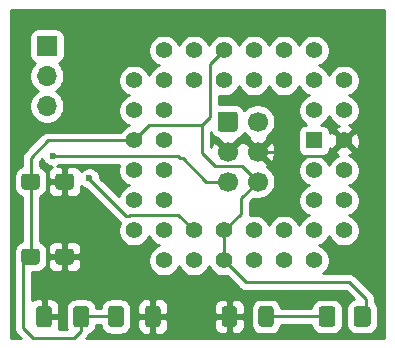
<source format=gtl>
%TF.GenerationSoftware,KiCad,Pcbnew,5.1.9+dfsg1-1+deb11u1*%
%TF.CreationDate,2022-12-07T12:34:55+01:00*%
%TF.ProjectId,A600MPU-Adapter,41363030-4d50-4552-9d41-646170746572,2.0*%
%TF.SameCoordinates,Original*%
%TF.FileFunction,Copper,L1,Top*%
%TF.FilePolarity,Positive*%
%FSLAX46Y46*%
G04 Gerber Fmt 4.6, Leading zero omitted, Abs format (unit mm)*
G04 Created by KiCad (PCBNEW 5.1.9+dfsg1-1+deb11u1) date 2022-12-07 12:34:55*
%MOMM*%
%LPD*%
G01*
G04 APERTURE LIST*
%TA.AperFunction,ComponentPad*%
%ADD10O,1.700000X1.700000*%
%TD*%
%TA.AperFunction,ComponentPad*%
%ADD11R,1.700000X1.700000*%
%TD*%
%TA.AperFunction,ComponentPad*%
%ADD12C,1.700000*%
%TD*%
%TA.AperFunction,ComponentPad*%
%ADD13R,1.422400X1.422400*%
%TD*%
%TA.AperFunction,ComponentPad*%
%ADD14C,1.422400*%
%TD*%
%TA.AperFunction,ViaPad*%
%ADD15C,0.600000*%
%TD*%
%TA.AperFunction,Conductor*%
%ADD16C,0.250000*%
%TD*%
%TA.AperFunction,Conductor*%
%ADD17C,0.254000*%
%TD*%
%TA.AperFunction,Conductor*%
%ADD18C,0.100000*%
%TD*%
G04 APERTURE END LIST*
D10*
%TO.P,P2,3*%
%TO.N,~TRESET*%
X146000000Y-100280000D03*
%TO.P,P2,2*%
%TO.N,KBD_RESET*%
X146000000Y-97740000D03*
D11*
%TO.P,P2,1*%
%TO.N,~RST*%
X146000000Y-95200000D03*
%TD*%
D12*
%TO.P,P1,6*%
%TO.N,VCC*%
X163840000Y-106680000D03*
%TO.P,P1,4*%
%TO.N,GND*%
X163840000Y-104140000D03*
%TO.P,P1,2*%
%TO.N,KBD_DATA*%
X163840000Y-101600000D03*
%TO.P,P1,5*%
%TO.N,KBD_RESET*%
X161300000Y-106680000D03*
%TO.P,P1,3*%
%TO.N,GND*%
X161300000Y-104140000D03*
%TO.P,P1,1*%
%TO.N,KBD_CLOCK*%
%TA.AperFunction,ComponentPad*%
G36*
G01*
X160450000Y-102200000D02*
X160450000Y-101000000D01*
G75*
G02*
X160700000Y-100750000I250000J0D01*
G01*
X161900000Y-100750000D01*
G75*
G02*
X162150000Y-101000000I0J-250000D01*
G01*
X162150000Y-102200000D01*
G75*
G02*
X161900000Y-102450000I-250000J0D01*
G01*
X160700000Y-102450000D01*
G75*
G02*
X160450000Y-102200000I0J250000D01*
G01*
G37*
%TD.AperFunction*%
%TD*%
%TO.P,D1,2*%
%TO.N,VCC*%
%TA.AperFunction,SMDPad,CuDef*%
G36*
G01*
X171975000Y-118725000D02*
X171975000Y-117475000D01*
G75*
G02*
X172225000Y-117225000I250000J0D01*
G01*
X173150000Y-117225000D01*
G75*
G02*
X173400000Y-117475000I0J-250000D01*
G01*
X173400000Y-118725000D01*
G75*
G02*
X173150000Y-118975000I-250000J0D01*
G01*
X172225000Y-118975000D01*
G75*
G02*
X171975000Y-118725000I0J250000D01*
G01*
G37*
%TD.AperFunction*%
%TO.P,D1,1*%
%TO.N,Net-(D1-Pad1)*%
%TA.AperFunction,SMDPad,CuDef*%
G36*
G01*
X169000000Y-118725000D02*
X169000000Y-117475000D01*
G75*
G02*
X169250000Y-117225000I250000J0D01*
G01*
X170175000Y-117225000D01*
G75*
G02*
X170425000Y-117475000I0J-250000D01*
G01*
X170425000Y-118725000D01*
G75*
G02*
X170175000Y-118975000I-250000J0D01*
G01*
X169250000Y-118975000D01*
G75*
G02*
X169000000Y-118725000I0J250000D01*
G01*
G37*
%TD.AperFunction*%
%TD*%
%TO.P,C1,1*%
%TO.N,VCC*%
%TA.AperFunction,SMDPad,CuDef*%
G36*
G01*
X143825000Y-113455001D02*
X143825000Y-112604999D01*
G75*
G02*
X144074999Y-112355000I249999J0D01*
G01*
X145150001Y-112355000D01*
G75*
G02*
X145400000Y-112604999I0J-249999D01*
G01*
X145400000Y-113455001D01*
G75*
G02*
X145150001Y-113705000I-249999J0D01*
G01*
X144074999Y-113705000D01*
G75*
G02*
X143825000Y-113455001I0J249999D01*
G01*
G37*
%TD.AperFunction*%
%TO.P,C1,2*%
%TO.N,GND*%
%TA.AperFunction,SMDPad,CuDef*%
G36*
G01*
X146700000Y-113455001D02*
X146700000Y-112604999D01*
G75*
G02*
X146949999Y-112355000I249999J0D01*
G01*
X148025001Y-112355000D01*
G75*
G02*
X148275000Y-112604999I0J-249999D01*
G01*
X148275000Y-113455001D01*
G75*
G02*
X148025001Y-113705000I-249999J0D01*
G01*
X146949999Y-113705000D01*
G75*
G02*
X146700000Y-113455001I0J249999D01*
G01*
G37*
%TD.AperFunction*%
%TD*%
%TO.P,C2,1*%
%TO.N,VCC*%
%TA.AperFunction,SMDPad,CuDef*%
G36*
G01*
X149545000Y-117459998D02*
X149545000Y-118760002D01*
G75*
G02*
X149295002Y-119010000I-249998J0D01*
G01*
X148469998Y-119010000D01*
G75*
G02*
X148220000Y-118760002I0J249998D01*
G01*
X148220000Y-117459998D01*
G75*
G02*
X148469998Y-117210000I249998J0D01*
G01*
X149295002Y-117210000D01*
G75*
G02*
X149545000Y-117459998I0J-249998D01*
G01*
G37*
%TD.AperFunction*%
%TO.P,C2,2*%
%TO.N,GND*%
%TA.AperFunction,SMDPad,CuDef*%
G36*
G01*
X146420000Y-117459998D02*
X146420000Y-118760002D01*
G75*
G02*
X146170002Y-119010000I-249998J0D01*
G01*
X145344998Y-119010000D01*
G75*
G02*
X145095000Y-118760002I0J249998D01*
G01*
X145095000Y-117459998D01*
G75*
G02*
X145344998Y-117210000I249998J0D01*
G01*
X146170002Y-117210000D01*
G75*
G02*
X146420000Y-117459998I0J-249998D01*
G01*
G37*
%TD.AperFunction*%
%TD*%
%TO.P,C3,2*%
%TO.N,GND*%
%TA.AperFunction,SMDPad,CuDef*%
G36*
G01*
X146700000Y-107105001D02*
X146700000Y-106254999D01*
G75*
G02*
X146949999Y-106005000I249999J0D01*
G01*
X148025001Y-106005000D01*
G75*
G02*
X148275000Y-106254999I0J-249999D01*
G01*
X148275000Y-107105001D01*
G75*
G02*
X148025001Y-107355000I-249999J0D01*
G01*
X146949999Y-107355000D01*
G75*
G02*
X146700000Y-107105001I0J249999D01*
G01*
G37*
%TD.AperFunction*%
%TO.P,C3,1*%
%TO.N,VCC*%
%TA.AperFunction,SMDPad,CuDef*%
G36*
G01*
X143825000Y-107105001D02*
X143825000Y-106254999D01*
G75*
G02*
X144074999Y-106005000I249999J0D01*
G01*
X145150001Y-106005000D01*
G75*
G02*
X145400000Y-106254999I0J-249999D01*
G01*
X145400000Y-107105001D01*
G75*
G02*
X145150001Y-107355000I-249999J0D01*
G01*
X144074999Y-107355000D01*
G75*
G02*
X143825000Y-107105001I0J249999D01*
G01*
G37*
%TD.AperFunction*%
%TD*%
%TO.P,R1,1*%
%TO.N,Net-(D1-Pad1)*%
%TA.AperFunction,SMDPad,CuDef*%
G36*
G01*
X165200000Y-117474999D02*
X165200000Y-118725001D01*
G75*
G02*
X164950001Y-118975000I-249999J0D01*
G01*
X164149999Y-118975000D01*
G75*
G02*
X163900000Y-118725001I0J249999D01*
G01*
X163900000Y-117474999D01*
G75*
G02*
X164149999Y-117225000I249999J0D01*
G01*
X164950001Y-117225000D01*
G75*
G02*
X165200000Y-117474999I0J-249999D01*
G01*
G37*
%TD.AperFunction*%
%TO.P,R1,2*%
%TO.N,GND*%
%TA.AperFunction,SMDPad,CuDef*%
G36*
G01*
X162100000Y-117474999D02*
X162100000Y-118725001D01*
G75*
G02*
X161850001Y-118975000I-249999J0D01*
G01*
X161049999Y-118975000D01*
G75*
G02*
X160800000Y-118725001I0J249999D01*
G01*
X160800000Y-117474999D01*
G75*
G02*
X161049999Y-117225000I249999J0D01*
G01*
X161850001Y-117225000D01*
G75*
G02*
X162100000Y-117474999I0J-249999D01*
G01*
G37*
%TD.AperFunction*%
%TD*%
D13*
%TO.P,U1,1*%
%TO.N,N/C*%
X168600000Y-103200000D03*
D14*
%TO.P,U1,3*%
X168600000Y-105740000D03*
%TO.P,U1,5*%
X168600000Y-108280000D03*
%TO.P,U1,43*%
X168600000Y-100660000D03*
%TO.P,U1,41*%
X168600000Y-98120000D03*
%TO.P,U1,2*%
X171140000Y-105740000D03*
%TO.P,U1,4*%
X171140000Y-108280000D03*
%TO.P,U1,6*%
X171140000Y-110820000D03*
%TO.P,U1,44*%
%TO.N,GND*%
X171140000Y-103200000D03*
%TO.P,U1,42*%
%TO.N,N/C*%
X171140000Y-100660000D03*
%TO.P,U1,8*%
X168600000Y-110820000D03*
%TO.P,U1,10*%
X166060000Y-110820000D03*
%TO.P,U1,12*%
X163520000Y-110820000D03*
%TO.P,U1,14*%
%TO.N,VCC*%
X160980000Y-110820000D03*
%TO.P,U1,16*%
%TO.N,~TRESET*%
X158440000Y-110820000D03*
%TO.P,U1,7*%
%TO.N,N/C*%
X168600000Y-113360000D03*
%TO.P,U1,9*%
X166060000Y-113360000D03*
%TO.P,U1,11*%
X163520000Y-113360000D03*
%TO.P,U1,13*%
%TO.N,VCC*%
X160980000Y-113360000D03*
%TO.P,U1,15*%
%TO.N,KBD_DATA*%
X158440000Y-113360000D03*
%TO.P,U1,17*%
%TO.N,N/C*%
X155900000Y-113360000D03*
%TO.P,U1,19*%
%TO.N,KBD_CLOCK*%
X155900000Y-110820000D03*
%TO.P,U1,21*%
%TO.N,N/C*%
X155900000Y-108280000D03*
%TO.P,U1,23*%
X155900000Y-105740000D03*
%TO.P,U1,25*%
%TO.N,~RST*%
X155900000Y-103200000D03*
%TO.P,U1,27*%
%TO.N,N/C*%
X155900000Y-100660000D03*
%TO.P,U1,29*%
X155900000Y-95580000D03*
%TO.P,U1,18*%
X153360000Y-110820000D03*
%TO.P,U1,20*%
X153360000Y-108280000D03*
%TO.P,U1,22*%
X153360000Y-105740000D03*
%TO.P,U1,24*%
%TO.N,VCC*%
X153360000Y-103200000D03*
%TO.P,U1,26*%
%TO.N,N/C*%
X153360000Y-100660000D03*
%TO.P,U1,28*%
X153360000Y-98120000D03*
%TO.P,U1,30*%
X155900000Y-98120000D03*
%TO.P,U1,32*%
X158440000Y-98120000D03*
%TO.P,U1,34*%
X160980000Y-98120000D03*
%TO.P,U1,36*%
X163520000Y-98120000D03*
%TO.P,U1,38*%
X166060000Y-98120000D03*
%TO.P,U1,40*%
X171140000Y-98120000D03*
%TO.P,U1,31*%
X158440000Y-95580000D03*
%TO.P,U1,33*%
%TO.N,VCC*%
X160980000Y-95580000D03*
%TO.P,U1,35*%
%TO.N,N/C*%
X163520000Y-95580000D03*
%TO.P,U1,37*%
X166060000Y-95580000D03*
%TO.P,U1,39*%
X168600000Y-95580000D03*
%TD*%
%TO.P,C4,1*%
%TO.N,VCC*%
%TA.AperFunction,SMDPad,CuDef*%
G36*
G01*
X151175000Y-118750002D02*
X151175000Y-117449998D01*
G75*
G02*
X151424998Y-117200000I249998J0D01*
G01*
X152250002Y-117200000D01*
G75*
G02*
X152500000Y-117449998I0J-249998D01*
G01*
X152500000Y-118750002D01*
G75*
G02*
X152250002Y-119000000I-249998J0D01*
G01*
X151424998Y-119000000D01*
G75*
G02*
X151175000Y-118750002I0J249998D01*
G01*
G37*
%TD.AperFunction*%
%TO.P,C4,2*%
%TO.N,GND*%
%TA.AperFunction,SMDPad,CuDef*%
G36*
G01*
X154300000Y-118750002D02*
X154300000Y-117449998D01*
G75*
G02*
X154549998Y-117200000I249998J0D01*
G01*
X155375002Y-117200000D01*
G75*
G02*
X155625000Y-117449998I0J-249998D01*
G01*
X155625000Y-118750002D01*
G75*
G02*
X155375002Y-119000000I-249998J0D01*
G01*
X154549998Y-119000000D01*
G75*
G02*
X154300000Y-118750002I0J249998D01*
G01*
G37*
%TD.AperFunction*%
%TD*%
D15*
%TO.N,GND*%
X157100000Y-115000000D03*
%TO.N,KBD_RESET*%
X146500000Y-104500000D03*
%TO.N,~TRESET*%
X149600000Y-106400000D03*
%TD*%
D16*
%TO.N,VCC*%
X154660000Y-101900000D02*
X153360000Y-103200000D01*
X159100000Y-101900000D02*
X154660000Y-101900000D01*
X159800000Y-101200000D02*
X159100000Y-101900000D01*
X159800000Y-96760000D02*
X159800000Y-101200000D01*
X160980000Y-95580000D02*
X159800000Y-96760000D01*
X160200000Y-105400000D02*
X159100000Y-104300000D01*
X162550000Y-105400000D02*
X160200000Y-105400000D01*
X159100000Y-104300000D02*
X159100000Y-101900000D01*
X163830000Y-106680000D02*
X162550000Y-105400000D01*
X163830000Y-106680000D02*
X162400000Y-108110000D01*
X162400000Y-109400000D02*
X160980000Y-110820000D01*
X162400000Y-108110000D02*
X162400000Y-109400000D01*
X160980000Y-110820000D02*
X160980000Y-113360000D01*
X171600000Y-115200000D02*
X172987500Y-116587500D01*
X162820000Y-115200000D02*
X171600000Y-115200000D01*
X160980000Y-113360000D02*
X162820000Y-115200000D01*
X148892500Y-118100000D02*
X148882500Y-118110000D01*
X151837500Y-118100000D02*
X148892500Y-118100000D01*
X148882500Y-118110000D02*
X148882500Y-119317500D01*
X148882500Y-119317500D02*
X148300000Y-119900000D01*
X148300000Y-119900000D02*
X144800000Y-119900000D01*
X144800000Y-119900000D02*
X144000000Y-119100000D01*
X144000000Y-113642500D02*
X144612500Y-113030000D01*
X144000000Y-119100000D02*
X144000000Y-113642500D01*
X144612500Y-106680000D02*
X144612500Y-113030000D01*
X153360000Y-103200000D02*
X146100000Y-103200000D01*
X144612500Y-104687500D02*
X144612500Y-106680000D01*
X146100000Y-103200000D02*
X144612500Y-104687500D01*
X172987500Y-117800000D02*
X172687500Y-118100000D01*
X172987500Y-116587500D02*
X172987500Y-117800000D01*
%TO.N,GND*%
X163830000Y-104140000D02*
X166940000Y-104140000D01*
X166940000Y-104140000D02*
X167300000Y-104500000D01*
X169840000Y-104500000D02*
X171140000Y-103200000D01*
X167300000Y-104500000D02*
X169840000Y-104500000D01*
X154962500Y-118100000D02*
X161450000Y-118100000D01*
X145757500Y-118110000D02*
X145757500Y-116542500D01*
X147487500Y-114812500D02*
X147487500Y-113030000D01*
X145757500Y-116542500D02*
X147487500Y-114812500D01*
X147487500Y-113030000D02*
X147487500Y-106680000D01*
X147487500Y-114812500D02*
X153612500Y-114812500D01*
X153612500Y-114812500D02*
X154962500Y-116162500D01*
X156300000Y-115000000D02*
X154962500Y-116337500D01*
X157100000Y-115000000D02*
X156300000Y-115000000D01*
X154962500Y-116337500D02*
X154962500Y-118100000D01*
X154962500Y-116162500D02*
X154962500Y-116337500D01*
%TO.N,Net-(D1-Pad1)*%
X169712500Y-118100000D02*
X164550000Y-118100000D01*
%TO.N,KBD_RESET*%
X161290000Y-106680000D02*
X159480000Y-106680000D01*
X157503799Y-104703799D02*
X157303799Y-104703799D01*
X159480000Y-106680000D02*
X157503799Y-104703799D01*
X157303799Y-104703799D02*
X157100000Y-104500000D01*
X157100000Y-104500000D02*
X146500000Y-104500000D01*
%TO.N,~TRESET*%
X158440000Y-110820000D02*
X157120000Y-109500000D01*
X153046422Y-109500000D02*
X152946422Y-109600000D01*
X157120000Y-109500000D02*
X153046422Y-109500000D01*
X152946422Y-109600000D02*
X152700000Y-109600000D01*
X149600000Y-106500000D02*
X149600000Y-106400000D01*
X152700000Y-109600000D02*
X149600000Y-106500000D01*
%TD*%
D17*
%TO.N,GND*%
X174550001Y-119940000D02*
X149334803Y-119940000D01*
X149393507Y-119881295D01*
X149422501Y-119857501D01*
X149446295Y-119828508D01*
X149446299Y-119828504D01*
X149509892Y-119751015D01*
X149517474Y-119741776D01*
X149588046Y-119609747D01*
X149593083Y-119593142D01*
X149634852Y-119580472D01*
X149788387Y-119498405D01*
X149922962Y-119387962D01*
X150033405Y-119253387D01*
X150115472Y-119099852D01*
X150166008Y-118933256D01*
X150173223Y-118860000D01*
X150547762Y-118860000D01*
X150553992Y-118923256D01*
X150604528Y-119089852D01*
X150686595Y-119243387D01*
X150797038Y-119377962D01*
X150931613Y-119488405D01*
X151085148Y-119570472D01*
X151251744Y-119621008D01*
X151424998Y-119638072D01*
X152250002Y-119638072D01*
X152423256Y-119621008D01*
X152589852Y-119570472D01*
X152743387Y-119488405D01*
X152877962Y-119377962D01*
X152988405Y-119243387D01*
X153070472Y-119089852D01*
X153097728Y-119000000D01*
X153661928Y-119000000D01*
X153674188Y-119124482D01*
X153710498Y-119244180D01*
X153769463Y-119354494D01*
X153848815Y-119451185D01*
X153945506Y-119530537D01*
X154055820Y-119589502D01*
X154175518Y-119625812D01*
X154300000Y-119638072D01*
X154676750Y-119635000D01*
X154835500Y-119476250D01*
X154835500Y-118227000D01*
X155089500Y-118227000D01*
X155089500Y-119476250D01*
X155248250Y-119635000D01*
X155625000Y-119638072D01*
X155749482Y-119625812D01*
X155869180Y-119589502D01*
X155979494Y-119530537D01*
X156076185Y-119451185D01*
X156155537Y-119354494D01*
X156214502Y-119244180D01*
X156250812Y-119124482D01*
X156263072Y-119000000D01*
X156262947Y-118975000D01*
X160161928Y-118975000D01*
X160174188Y-119099482D01*
X160210498Y-119219180D01*
X160269463Y-119329494D01*
X160348815Y-119426185D01*
X160445506Y-119505537D01*
X160555820Y-119564502D01*
X160675518Y-119600812D01*
X160800000Y-119613072D01*
X161164250Y-119610000D01*
X161323000Y-119451250D01*
X161323000Y-118227000D01*
X161577000Y-118227000D01*
X161577000Y-119451250D01*
X161735750Y-119610000D01*
X162100000Y-119613072D01*
X162224482Y-119600812D01*
X162344180Y-119564502D01*
X162454494Y-119505537D01*
X162551185Y-119426185D01*
X162630537Y-119329494D01*
X162689502Y-119219180D01*
X162725812Y-119099482D01*
X162738072Y-118975000D01*
X162735000Y-118385750D01*
X162576250Y-118227000D01*
X161577000Y-118227000D01*
X161323000Y-118227000D01*
X160323750Y-118227000D01*
X160165000Y-118385750D01*
X160161928Y-118975000D01*
X156262947Y-118975000D01*
X156260000Y-118385750D01*
X156101250Y-118227000D01*
X155089500Y-118227000D01*
X154835500Y-118227000D01*
X153823750Y-118227000D01*
X153665000Y-118385750D01*
X153661928Y-119000000D01*
X153097728Y-119000000D01*
X153121008Y-118923256D01*
X153138072Y-118750002D01*
X153138072Y-117449998D01*
X153121008Y-117276744D01*
X153097729Y-117200000D01*
X153661928Y-117200000D01*
X153665000Y-117814250D01*
X153823750Y-117973000D01*
X154835500Y-117973000D01*
X154835500Y-116723750D01*
X155089500Y-116723750D01*
X155089500Y-117973000D01*
X156101250Y-117973000D01*
X156260000Y-117814250D01*
X156262946Y-117225000D01*
X160161928Y-117225000D01*
X160165000Y-117814250D01*
X160323750Y-117973000D01*
X161323000Y-117973000D01*
X161323000Y-116748750D01*
X161577000Y-116748750D01*
X161577000Y-117973000D01*
X162576250Y-117973000D01*
X162735000Y-117814250D01*
X162736768Y-117474999D01*
X163261928Y-117474999D01*
X163261928Y-118725001D01*
X163278992Y-118898255D01*
X163329528Y-119064851D01*
X163411595Y-119218387D01*
X163522038Y-119352962D01*
X163656613Y-119463405D01*
X163810149Y-119545472D01*
X163976745Y-119596008D01*
X164149999Y-119613072D01*
X164950001Y-119613072D01*
X165123255Y-119596008D01*
X165289851Y-119545472D01*
X165443387Y-119463405D01*
X165577962Y-119352962D01*
X165688405Y-119218387D01*
X165770472Y-119064851D01*
X165821008Y-118898255D01*
X165824776Y-118860000D01*
X168375224Y-118860000D01*
X168378992Y-118898254D01*
X168429528Y-119064850D01*
X168511595Y-119218386D01*
X168622038Y-119352962D01*
X168756614Y-119463405D01*
X168910150Y-119545472D01*
X169076746Y-119596008D01*
X169250000Y-119613072D01*
X170175000Y-119613072D01*
X170348254Y-119596008D01*
X170514850Y-119545472D01*
X170668386Y-119463405D01*
X170802962Y-119352962D01*
X170913405Y-119218386D01*
X170995472Y-119064850D01*
X171046008Y-118898254D01*
X171063072Y-118725000D01*
X171063072Y-117475000D01*
X171046008Y-117301746D01*
X170995472Y-117135150D01*
X170913405Y-116981614D01*
X170802962Y-116847038D01*
X170668386Y-116736595D01*
X170514850Y-116654528D01*
X170348254Y-116603992D01*
X170175000Y-116586928D01*
X169250000Y-116586928D01*
X169076746Y-116603992D01*
X168910150Y-116654528D01*
X168756614Y-116736595D01*
X168622038Y-116847038D01*
X168511595Y-116981614D01*
X168429528Y-117135150D01*
X168378992Y-117301746D01*
X168375224Y-117340000D01*
X165824776Y-117340000D01*
X165821008Y-117301745D01*
X165770472Y-117135149D01*
X165688405Y-116981613D01*
X165577962Y-116847038D01*
X165443387Y-116736595D01*
X165289851Y-116654528D01*
X165123255Y-116603992D01*
X164950001Y-116586928D01*
X164149999Y-116586928D01*
X163976745Y-116603992D01*
X163810149Y-116654528D01*
X163656613Y-116736595D01*
X163522038Y-116847038D01*
X163411595Y-116981613D01*
X163329528Y-117135149D01*
X163278992Y-117301745D01*
X163261928Y-117474999D01*
X162736768Y-117474999D01*
X162738072Y-117225000D01*
X162725812Y-117100518D01*
X162689502Y-116980820D01*
X162630537Y-116870506D01*
X162551185Y-116773815D01*
X162454494Y-116694463D01*
X162344180Y-116635498D01*
X162224482Y-116599188D01*
X162100000Y-116586928D01*
X161735750Y-116590000D01*
X161577000Y-116748750D01*
X161323000Y-116748750D01*
X161164250Y-116590000D01*
X160800000Y-116586928D01*
X160675518Y-116599188D01*
X160555820Y-116635498D01*
X160445506Y-116694463D01*
X160348815Y-116773815D01*
X160269463Y-116870506D01*
X160210498Y-116980820D01*
X160174188Y-117100518D01*
X160161928Y-117225000D01*
X156262946Y-117225000D01*
X156263072Y-117200000D01*
X156250812Y-117075518D01*
X156214502Y-116955820D01*
X156155537Y-116845506D01*
X156076185Y-116748815D01*
X155979494Y-116669463D01*
X155869180Y-116610498D01*
X155749482Y-116574188D01*
X155625000Y-116561928D01*
X155248250Y-116565000D01*
X155089500Y-116723750D01*
X154835500Y-116723750D01*
X154676750Y-116565000D01*
X154300000Y-116561928D01*
X154175518Y-116574188D01*
X154055820Y-116610498D01*
X153945506Y-116669463D01*
X153848815Y-116748815D01*
X153769463Y-116845506D01*
X153710498Y-116955820D01*
X153674188Y-117075518D01*
X153661928Y-117200000D01*
X153097729Y-117200000D01*
X153070472Y-117110148D01*
X152988405Y-116956613D01*
X152877962Y-116822038D01*
X152743387Y-116711595D01*
X152589852Y-116629528D01*
X152423256Y-116578992D01*
X152250002Y-116561928D01*
X151424998Y-116561928D01*
X151251744Y-116578992D01*
X151085148Y-116629528D01*
X150931613Y-116711595D01*
X150797038Y-116822038D01*
X150686595Y-116956613D01*
X150604528Y-117110148D01*
X150553992Y-117276744D01*
X150547762Y-117340000D01*
X150171253Y-117340000D01*
X150166008Y-117286744D01*
X150115472Y-117120148D01*
X150033405Y-116966613D01*
X149922962Y-116832038D01*
X149788387Y-116721595D01*
X149634852Y-116639528D01*
X149468256Y-116588992D01*
X149295002Y-116571928D01*
X148469998Y-116571928D01*
X148296744Y-116588992D01*
X148130148Y-116639528D01*
X147976613Y-116721595D01*
X147842038Y-116832038D01*
X147731595Y-116966613D01*
X147649528Y-117120148D01*
X147598992Y-117286744D01*
X147581928Y-117459998D01*
X147581928Y-118760002D01*
X147598992Y-118933256D01*
X147649528Y-119099852D01*
X147670988Y-119140000D01*
X147044138Y-119140000D01*
X147045812Y-119134482D01*
X147058072Y-119010000D01*
X147055000Y-118395750D01*
X146896250Y-118237000D01*
X145884500Y-118237000D01*
X145884500Y-118257000D01*
X145630500Y-118257000D01*
X145630500Y-118237000D01*
X145610500Y-118237000D01*
X145610500Y-117983000D01*
X145630500Y-117983000D01*
X145630500Y-116733750D01*
X145884500Y-116733750D01*
X145884500Y-117983000D01*
X146896250Y-117983000D01*
X147055000Y-117824250D01*
X147058072Y-117210000D01*
X147045812Y-117085518D01*
X147009502Y-116965820D01*
X146950537Y-116855506D01*
X146871185Y-116758815D01*
X146774494Y-116679463D01*
X146664180Y-116620498D01*
X146544482Y-116584188D01*
X146420000Y-116571928D01*
X146043250Y-116575000D01*
X145884500Y-116733750D01*
X145630500Y-116733750D01*
X145471750Y-116575000D01*
X145095000Y-116571928D01*
X144970518Y-116584188D01*
X144850820Y-116620498D01*
X144760000Y-116669043D01*
X144760000Y-114343072D01*
X145150001Y-114343072D01*
X145323255Y-114326008D01*
X145489851Y-114275472D01*
X145643387Y-114193405D01*
X145777962Y-114082962D01*
X145888405Y-113948387D01*
X145970472Y-113794851D01*
X145997727Y-113705000D01*
X146061928Y-113705000D01*
X146074188Y-113829482D01*
X146110498Y-113949180D01*
X146169463Y-114059494D01*
X146248815Y-114156185D01*
X146345506Y-114235537D01*
X146455820Y-114294502D01*
X146575518Y-114330812D01*
X146700000Y-114343072D01*
X147201750Y-114340000D01*
X147360500Y-114181250D01*
X147360500Y-113157000D01*
X147614500Y-113157000D01*
X147614500Y-114181250D01*
X147773250Y-114340000D01*
X148275000Y-114343072D01*
X148399482Y-114330812D01*
X148519180Y-114294502D01*
X148629494Y-114235537D01*
X148726185Y-114156185D01*
X148805537Y-114059494D01*
X148864502Y-113949180D01*
X148900812Y-113829482D01*
X148913072Y-113705000D01*
X148910000Y-113315750D01*
X148751250Y-113157000D01*
X147614500Y-113157000D01*
X147360500Y-113157000D01*
X146223750Y-113157000D01*
X146065000Y-113315750D01*
X146061928Y-113705000D01*
X145997727Y-113705000D01*
X146021008Y-113628255D01*
X146038072Y-113455001D01*
X146038072Y-112604999D01*
X146021008Y-112431745D01*
X145997728Y-112355000D01*
X146061928Y-112355000D01*
X146065000Y-112744250D01*
X146223750Y-112903000D01*
X147360500Y-112903000D01*
X147360500Y-111878750D01*
X147614500Y-111878750D01*
X147614500Y-112903000D01*
X148751250Y-112903000D01*
X148910000Y-112744250D01*
X148913072Y-112355000D01*
X148900812Y-112230518D01*
X148864502Y-112110820D01*
X148805537Y-112000506D01*
X148726185Y-111903815D01*
X148629494Y-111824463D01*
X148519180Y-111765498D01*
X148399482Y-111729188D01*
X148275000Y-111716928D01*
X147773250Y-111720000D01*
X147614500Y-111878750D01*
X147360500Y-111878750D01*
X147201750Y-111720000D01*
X146700000Y-111716928D01*
X146575518Y-111729188D01*
X146455820Y-111765498D01*
X146345506Y-111824463D01*
X146248815Y-111903815D01*
X146169463Y-112000506D01*
X146110498Y-112110820D01*
X146074188Y-112230518D01*
X146061928Y-112355000D01*
X145997728Y-112355000D01*
X145970472Y-112265149D01*
X145888405Y-112111613D01*
X145777962Y-111977038D01*
X145643387Y-111866595D01*
X145489851Y-111784528D01*
X145372500Y-111748930D01*
X145372500Y-107961070D01*
X145489851Y-107925472D01*
X145643387Y-107843405D01*
X145777962Y-107732962D01*
X145888405Y-107598387D01*
X145970472Y-107444851D01*
X145997727Y-107355000D01*
X146061928Y-107355000D01*
X146074188Y-107479482D01*
X146110498Y-107599180D01*
X146169463Y-107709494D01*
X146248815Y-107806185D01*
X146345506Y-107885537D01*
X146455820Y-107944502D01*
X146575518Y-107980812D01*
X146700000Y-107993072D01*
X147201750Y-107990000D01*
X147360500Y-107831250D01*
X147360500Y-106807000D01*
X146223750Y-106807000D01*
X146065000Y-106965750D01*
X146061928Y-107355000D01*
X145997727Y-107355000D01*
X146021008Y-107278255D01*
X146038072Y-107105001D01*
X146038072Y-106254999D01*
X146021008Y-106081745D01*
X145970472Y-105915149D01*
X145888405Y-105761613D01*
X145777962Y-105627038D01*
X145643387Y-105516595D01*
X145489851Y-105434528D01*
X145372500Y-105398930D01*
X145372500Y-105002301D01*
X145601266Y-104773535D01*
X145671414Y-104942889D01*
X145773738Y-105096028D01*
X145903972Y-105226262D01*
X146057111Y-105328586D01*
X146227271Y-105399068D01*
X146407911Y-105435000D01*
X146419335Y-105435000D01*
X146345506Y-105474463D01*
X146248815Y-105553815D01*
X146169463Y-105650506D01*
X146110498Y-105760820D01*
X146074188Y-105880518D01*
X146061928Y-106005000D01*
X146065000Y-106394250D01*
X146223750Y-106553000D01*
X147360500Y-106553000D01*
X147360500Y-105528750D01*
X147201750Y-105370000D01*
X146848133Y-105367835D01*
X146942889Y-105328586D01*
X147045535Y-105260000D01*
X152101706Y-105260000D01*
X152065533Y-105347328D01*
X152013800Y-105607411D01*
X152013800Y-105872589D01*
X152065533Y-106132672D01*
X152167013Y-106377665D01*
X152314338Y-106598153D01*
X152501847Y-106785662D01*
X152722335Y-106932987D01*
X152908260Y-107010000D01*
X152722335Y-107087013D01*
X152501847Y-107234338D01*
X152314338Y-107421847D01*
X152167013Y-107642335D01*
X152065533Y-107887328D01*
X152064968Y-107890167D01*
X150535000Y-106360199D01*
X150535000Y-106307911D01*
X150499068Y-106127271D01*
X150428586Y-105957111D01*
X150326262Y-105803972D01*
X150196028Y-105673738D01*
X150042889Y-105571414D01*
X149872729Y-105500932D01*
X149692089Y-105465000D01*
X149507911Y-105465000D01*
X149327271Y-105500932D01*
X149157111Y-105571414D01*
X149003972Y-105673738D01*
X148876695Y-105801015D01*
X148864502Y-105760820D01*
X148805537Y-105650506D01*
X148726185Y-105553815D01*
X148629494Y-105474463D01*
X148519180Y-105415498D01*
X148399482Y-105379188D01*
X148275000Y-105366928D01*
X147773250Y-105370000D01*
X147614500Y-105528750D01*
X147614500Y-106553000D01*
X147634500Y-106553000D01*
X147634500Y-106807000D01*
X147614500Y-106807000D01*
X147614500Y-107831250D01*
X147773250Y-107990000D01*
X148275000Y-107993072D01*
X148399482Y-107980812D01*
X148519180Y-107944502D01*
X148629494Y-107885537D01*
X148726185Y-107806185D01*
X148805537Y-107709494D01*
X148864502Y-107599180D01*
X148900812Y-107479482D01*
X148913072Y-107355000D01*
X148910529Y-107032819D01*
X149003972Y-107126262D01*
X149157111Y-107228586D01*
X149322143Y-107296944D01*
X152136201Y-110111003D01*
X152159999Y-110140001D01*
X152182798Y-110158711D01*
X152167013Y-110182335D01*
X152065533Y-110427328D01*
X152013800Y-110687411D01*
X152013800Y-110952589D01*
X152065533Y-111212672D01*
X152167013Y-111457665D01*
X152314338Y-111678153D01*
X152501847Y-111865662D01*
X152722335Y-112012987D01*
X152967328Y-112114467D01*
X153227411Y-112166200D01*
X153492589Y-112166200D01*
X153752672Y-112114467D01*
X153997665Y-112012987D01*
X154218153Y-111865662D01*
X154405662Y-111678153D01*
X154552987Y-111457665D01*
X154630000Y-111271740D01*
X154707013Y-111457665D01*
X154854338Y-111678153D01*
X155041847Y-111865662D01*
X155262335Y-112012987D01*
X155448260Y-112090000D01*
X155262335Y-112167013D01*
X155041847Y-112314338D01*
X154854338Y-112501847D01*
X154707013Y-112722335D01*
X154605533Y-112967328D01*
X154553800Y-113227411D01*
X154553800Y-113492589D01*
X154605533Y-113752672D01*
X154707013Y-113997665D01*
X154854338Y-114218153D01*
X155041847Y-114405662D01*
X155262335Y-114552987D01*
X155507328Y-114654467D01*
X155767411Y-114706200D01*
X156032589Y-114706200D01*
X156292672Y-114654467D01*
X156537665Y-114552987D01*
X156758153Y-114405662D01*
X156945662Y-114218153D01*
X157092987Y-113997665D01*
X157170000Y-113811740D01*
X157247013Y-113997665D01*
X157394338Y-114218153D01*
X157581847Y-114405662D01*
X157802335Y-114552987D01*
X158047328Y-114654467D01*
X158307411Y-114706200D01*
X158572589Y-114706200D01*
X158832672Y-114654467D01*
X159077665Y-114552987D01*
X159298153Y-114405662D01*
X159485662Y-114218153D01*
X159632987Y-113997665D01*
X159710000Y-113811740D01*
X159787013Y-113997665D01*
X159934338Y-114218153D01*
X160121847Y-114405662D01*
X160342335Y-114552987D01*
X160587328Y-114654467D01*
X160847411Y-114706200D01*
X161112589Y-114706200D01*
X161228369Y-114683170D01*
X162256200Y-115711002D01*
X162279999Y-115740001D01*
X162308997Y-115763799D01*
X162395723Y-115834974D01*
X162483616Y-115881954D01*
X162527753Y-115905546D01*
X162671014Y-115949003D01*
X162782667Y-115960000D01*
X162782677Y-115960000D01*
X162820000Y-115963676D01*
X162857323Y-115960000D01*
X171285199Y-115960000D01*
X171957714Y-116632516D01*
X171885150Y-116654528D01*
X171731614Y-116736595D01*
X171597038Y-116847038D01*
X171486595Y-116981614D01*
X171404528Y-117135150D01*
X171353992Y-117301746D01*
X171336928Y-117475000D01*
X171336928Y-118725000D01*
X171353992Y-118898254D01*
X171404528Y-119064850D01*
X171486595Y-119218386D01*
X171597038Y-119352962D01*
X171731614Y-119463405D01*
X171885150Y-119545472D01*
X172051746Y-119596008D01*
X172225000Y-119613072D01*
X173150000Y-119613072D01*
X173323254Y-119596008D01*
X173489850Y-119545472D01*
X173643386Y-119463405D01*
X173777962Y-119352962D01*
X173888405Y-119218386D01*
X173970472Y-119064850D01*
X174021008Y-118898254D01*
X174038072Y-118725000D01*
X174038072Y-117475000D01*
X174021008Y-117301746D01*
X173970472Y-117135150D01*
X173888405Y-116981614D01*
X173777962Y-116847038D01*
X173747500Y-116822039D01*
X173747500Y-116624822D01*
X173751176Y-116587499D01*
X173747500Y-116550176D01*
X173747500Y-116550167D01*
X173736503Y-116438514D01*
X173693046Y-116295253D01*
X173622474Y-116163224D01*
X173527501Y-116047499D01*
X173498504Y-116023702D01*
X172163804Y-114689003D01*
X172140001Y-114659999D01*
X172024276Y-114565026D01*
X171892247Y-114494454D01*
X171748986Y-114450997D01*
X171637333Y-114440000D01*
X171637322Y-114440000D01*
X171600000Y-114436324D01*
X171562678Y-114440000D01*
X169406762Y-114440000D01*
X169458153Y-114405662D01*
X169645662Y-114218153D01*
X169792987Y-113997665D01*
X169894467Y-113752672D01*
X169946200Y-113492589D01*
X169946200Y-113227411D01*
X169894467Y-112967328D01*
X169792987Y-112722335D01*
X169645662Y-112501847D01*
X169458153Y-112314338D01*
X169237665Y-112167013D01*
X169051740Y-112090000D01*
X169237665Y-112012987D01*
X169458153Y-111865662D01*
X169645662Y-111678153D01*
X169792987Y-111457665D01*
X169870000Y-111271740D01*
X169947013Y-111457665D01*
X170094338Y-111678153D01*
X170281847Y-111865662D01*
X170502335Y-112012987D01*
X170747328Y-112114467D01*
X171007411Y-112166200D01*
X171272589Y-112166200D01*
X171532672Y-112114467D01*
X171777665Y-112012987D01*
X171998153Y-111865662D01*
X172185662Y-111678153D01*
X172332987Y-111457665D01*
X172434467Y-111212672D01*
X172486200Y-110952589D01*
X172486200Y-110687411D01*
X172434467Y-110427328D01*
X172332987Y-110182335D01*
X172185662Y-109961847D01*
X171998153Y-109774338D01*
X171777665Y-109627013D01*
X171591740Y-109550000D01*
X171777665Y-109472987D01*
X171998153Y-109325662D01*
X172185662Y-109138153D01*
X172332987Y-108917665D01*
X172434467Y-108672672D01*
X172486200Y-108412589D01*
X172486200Y-108147411D01*
X172434467Y-107887328D01*
X172332987Y-107642335D01*
X172185662Y-107421847D01*
X171998153Y-107234338D01*
X171777665Y-107087013D01*
X171591740Y-107010000D01*
X171777665Y-106932987D01*
X171998153Y-106785662D01*
X172185662Y-106598153D01*
X172332987Y-106377665D01*
X172434467Y-106132672D01*
X172486200Y-105872589D01*
X172486200Y-105607411D01*
X172434467Y-105347328D01*
X172332987Y-105102335D01*
X172185662Y-104881847D01*
X171998153Y-104694338D01*
X171777665Y-104547013D01*
X171589400Y-104469031D01*
X171725280Y-104419542D01*
X171828848Y-104364183D01*
X171889668Y-104129273D01*
X171140000Y-103379605D01*
X170390332Y-104129273D01*
X170451152Y-104364183D01*
X170682934Y-104472206D01*
X170502335Y-104547013D01*
X170281847Y-104694338D01*
X170094338Y-104881847D01*
X169947013Y-105102335D01*
X169870000Y-105288260D01*
X169792987Y-105102335D01*
X169645662Y-104881847D01*
X169458153Y-104694338D01*
X169241046Y-104549272D01*
X169311200Y-104549272D01*
X169435682Y-104537012D01*
X169555380Y-104500702D01*
X169665694Y-104441737D01*
X169762385Y-104362385D01*
X169841737Y-104265694D01*
X169900702Y-104155380D01*
X169937012Y-104035682D01*
X169949272Y-103911200D01*
X169949272Y-103839186D01*
X169975817Y-103888848D01*
X170210727Y-103949668D01*
X170960395Y-103200000D01*
X171319605Y-103200000D01*
X172069273Y-103949668D01*
X172304183Y-103888848D01*
X172416202Y-103648491D01*
X172479176Y-103390898D01*
X172490687Y-103125970D01*
X172450291Y-102863887D01*
X172359542Y-102614720D01*
X172304183Y-102511152D01*
X172069273Y-102450332D01*
X171319605Y-103200000D01*
X170960395Y-103200000D01*
X170210727Y-102450332D01*
X169975817Y-102511152D01*
X169949272Y-102568109D01*
X169949272Y-102488800D01*
X169937012Y-102364318D01*
X169900702Y-102244620D01*
X169841737Y-102134306D01*
X169762385Y-102037615D01*
X169665694Y-101958263D01*
X169555380Y-101899298D01*
X169435682Y-101862988D01*
X169311200Y-101850728D01*
X169241046Y-101850728D01*
X169458153Y-101705662D01*
X169645662Y-101518153D01*
X169792987Y-101297665D01*
X169870000Y-101111740D01*
X169947013Y-101297665D01*
X170094338Y-101518153D01*
X170281847Y-101705662D01*
X170502335Y-101852987D01*
X170690600Y-101930969D01*
X170554720Y-101980458D01*
X170451152Y-102035817D01*
X170390332Y-102270727D01*
X171140000Y-103020395D01*
X171889668Y-102270727D01*
X171828848Y-102035817D01*
X171597066Y-101927794D01*
X171777665Y-101852987D01*
X171998153Y-101705662D01*
X172185662Y-101518153D01*
X172332987Y-101297665D01*
X172434467Y-101052672D01*
X172486200Y-100792589D01*
X172486200Y-100527411D01*
X172434467Y-100267328D01*
X172332987Y-100022335D01*
X172185662Y-99801847D01*
X171998153Y-99614338D01*
X171777665Y-99467013D01*
X171591740Y-99390000D01*
X171777665Y-99312987D01*
X171998153Y-99165662D01*
X172185662Y-98978153D01*
X172332987Y-98757665D01*
X172434467Y-98512672D01*
X172486200Y-98252589D01*
X172486200Y-97987411D01*
X172434467Y-97727328D01*
X172332987Y-97482335D01*
X172185662Y-97261847D01*
X171998153Y-97074338D01*
X171777665Y-96927013D01*
X171532672Y-96825533D01*
X171272589Y-96773800D01*
X171007411Y-96773800D01*
X170747328Y-96825533D01*
X170502335Y-96927013D01*
X170281847Y-97074338D01*
X170094338Y-97261847D01*
X169947013Y-97482335D01*
X169870000Y-97668260D01*
X169792987Y-97482335D01*
X169645662Y-97261847D01*
X169458153Y-97074338D01*
X169237665Y-96927013D01*
X169051740Y-96850000D01*
X169237665Y-96772987D01*
X169458153Y-96625662D01*
X169645662Y-96438153D01*
X169792987Y-96217665D01*
X169894467Y-95972672D01*
X169946200Y-95712589D01*
X169946200Y-95447411D01*
X169894467Y-95187328D01*
X169792987Y-94942335D01*
X169645662Y-94721847D01*
X169458153Y-94534338D01*
X169237665Y-94387013D01*
X168992672Y-94285533D01*
X168732589Y-94233800D01*
X168467411Y-94233800D01*
X168207328Y-94285533D01*
X167962335Y-94387013D01*
X167741847Y-94534338D01*
X167554338Y-94721847D01*
X167407013Y-94942335D01*
X167330000Y-95128260D01*
X167252987Y-94942335D01*
X167105662Y-94721847D01*
X166918153Y-94534338D01*
X166697665Y-94387013D01*
X166452672Y-94285533D01*
X166192589Y-94233800D01*
X165927411Y-94233800D01*
X165667328Y-94285533D01*
X165422335Y-94387013D01*
X165201847Y-94534338D01*
X165014338Y-94721847D01*
X164867013Y-94942335D01*
X164790000Y-95128260D01*
X164712987Y-94942335D01*
X164565662Y-94721847D01*
X164378153Y-94534338D01*
X164157665Y-94387013D01*
X163912672Y-94285533D01*
X163652589Y-94233800D01*
X163387411Y-94233800D01*
X163127328Y-94285533D01*
X162882335Y-94387013D01*
X162661847Y-94534338D01*
X162474338Y-94721847D01*
X162327013Y-94942335D01*
X162250000Y-95128260D01*
X162172987Y-94942335D01*
X162025662Y-94721847D01*
X161838153Y-94534338D01*
X161617665Y-94387013D01*
X161372672Y-94285533D01*
X161112589Y-94233800D01*
X160847411Y-94233800D01*
X160587328Y-94285533D01*
X160342335Y-94387013D01*
X160121847Y-94534338D01*
X159934338Y-94721847D01*
X159787013Y-94942335D01*
X159710000Y-95128260D01*
X159632987Y-94942335D01*
X159485662Y-94721847D01*
X159298153Y-94534338D01*
X159077665Y-94387013D01*
X158832672Y-94285533D01*
X158572589Y-94233800D01*
X158307411Y-94233800D01*
X158047328Y-94285533D01*
X157802335Y-94387013D01*
X157581847Y-94534338D01*
X157394338Y-94721847D01*
X157247013Y-94942335D01*
X157170000Y-95128260D01*
X157092987Y-94942335D01*
X156945662Y-94721847D01*
X156758153Y-94534338D01*
X156537665Y-94387013D01*
X156292672Y-94285533D01*
X156032589Y-94233800D01*
X155767411Y-94233800D01*
X155507328Y-94285533D01*
X155262335Y-94387013D01*
X155041847Y-94534338D01*
X154854338Y-94721847D01*
X154707013Y-94942335D01*
X154605533Y-95187328D01*
X154553800Y-95447411D01*
X154553800Y-95712589D01*
X154605533Y-95972672D01*
X154707013Y-96217665D01*
X154854338Y-96438153D01*
X155041847Y-96625662D01*
X155262335Y-96772987D01*
X155448260Y-96850000D01*
X155262335Y-96927013D01*
X155041847Y-97074338D01*
X154854338Y-97261847D01*
X154707013Y-97482335D01*
X154630000Y-97668260D01*
X154552987Y-97482335D01*
X154405662Y-97261847D01*
X154218153Y-97074338D01*
X153997665Y-96927013D01*
X153752672Y-96825533D01*
X153492589Y-96773800D01*
X153227411Y-96773800D01*
X152967328Y-96825533D01*
X152722335Y-96927013D01*
X152501847Y-97074338D01*
X152314338Y-97261847D01*
X152167013Y-97482335D01*
X152065533Y-97727328D01*
X152013800Y-97987411D01*
X152013800Y-98252589D01*
X152065533Y-98512672D01*
X152167013Y-98757665D01*
X152314338Y-98978153D01*
X152501847Y-99165662D01*
X152722335Y-99312987D01*
X152908260Y-99390000D01*
X152722335Y-99467013D01*
X152501847Y-99614338D01*
X152314338Y-99801847D01*
X152167013Y-100022335D01*
X152065533Y-100267328D01*
X152013800Y-100527411D01*
X152013800Y-100792589D01*
X152065533Y-101052672D01*
X152167013Y-101297665D01*
X152314338Y-101518153D01*
X152501847Y-101705662D01*
X152722335Y-101852987D01*
X152908260Y-101930000D01*
X152722335Y-102007013D01*
X152501847Y-102154338D01*
X152314338Y-102341847D01*
X152248754Y-102440000D01*
X146137325Y-102440000D01*
X146100000Y-102436324D01*
X146062675Y-102440000D01*
X146062667Y-102440000D01*
X145951014Y-102450997D01*
X145807753Y-102494454D01*
X145675724Y-102565026D01*
X145559999Y-102659999D01*
X145536201Y-102688997D01*
X144101503Y-104123696D01*
X144072499Y-104147499D01*
X144022412Y-104208531D01*
X143977526Y-104263224D01*
X143923562Y-104364183D01*
X143906954Y-104395254D01*
X143863497Y-104538515D01*
X143852500Y-104650168D01*
X143852500Y-104650178D01*
X143848824Y-104687500D01*
X143852500Y-104724823D01*
X143852500Y-105398930D01*
X143735149Y-105434528D01*
X143581613Y-105516595D01*
X143447038Y-105627038D01*
X143336595Y-105761613D01*
X143254528Y-105915149D01*
X143203992Y-106081745D01*
X143186928Y-106254999D01*
X143186928Y-107105001D01*
X143203992Y-107278255D01*
X143254528Y-107444851D01*
X143336595Y-107598387D01*
X143447038Y-107732962D01*
X143581613Y-107843405D01*
X143735149Y-107925472D01*
X143852500Y-107961070D01*
X143852501Y-111748930D01*
X143735149Y-111784528D01*
X143581613Y-111866595D01*
X143447038Y-111977038D01*
X143336595Y-112111613D01*
X143254528Y-112265149D01*
X143203992Y-112431745D01*
X143186928Y-112604999D01*
X143186928Y-113455001D01*
X143203992Y-113628255D01*
X143240001Y-113746961D01*
X143240000Y-119062677D01*
X143236324Y-119100000D01*
X143240000Y-119137322D01*
X143240000Y-119137332D01*
X143250997Y-119248985D01*
X143293468Y-119388997D01*
X143294454Y-119392246D01*
X143365026Y-119524276D01*
X143398039Y-119564502D01*
X143459999Y-119640001D01*
X143489002Y-119663803D01*
X143765199Y-119940000D01*
X142950000Y-119940000D01*
X142950000Y-94350000D01*
X144511928Y-94350000D01*
X144511928Y-96050000D01*
X144524188Y-96174482D01*
X144560498Y-96294180D01*
X144619463Y-96404494D01*
X144698815Y-96501185D01*
X144795506Y-96580537D01*
X144905820Y-96639502D01*
X144978380Y-96661513D01*
X144846525Y-96793368D01*
X144684010Y-97036589D01*
X144572068Y-97306842D01*
X144515000Y-97593740D01*
X144515000Y-97886260D01*
X144572068Y-98173158D01*
X144684010Y-98443411D01*
X144846525Y-98686632D01*
X145053368Y-98893475D01*
X145227760Y-99010000D01*
X145053368Y-99126525D01*
X144846525Y-99333368D01*
X144684010Y-99576589D01*
X144572068Y-99846842D01*
X144515000Y-100133740D01*
X144515000Y-100426260D01*
X144572068Y-100713158D01*
X144684010Y-100983411D01*
X144846525Y-101226632D01*
X145053368Y-101433475D01*
X145296589Y-101595990D01*
X145566842Y-101707932D01*
X145853740Y-101765000D01*
X146146260Y-101765000D01*
X146433158Y-101707932D01*
X146703411Y-101595990D01*
X146946632Y-101433475D01*
X147153475Y-101226632D01*
X147315990Y-100983411D01*
X147427932Y-100713158D01*
X147485000Y-100426260D01*
X147485000Y-100133740D01*
X147427932Y-99846842D01*
X147315990Y-99576589D01*
X147153475Y-99333368D01*
X146946632Y-99126525D01*
X146772240Y-99010000D01*
X146946632Y-98893475D01*
X147153475Y-98686632D01*
X147315990Y-98443411D01*
X147427932Y-98173158D01*
X147485000Y-97886260D01*
X147485000Y-97593740D01*
X147427932Y-97306842D01*
X147315990Y-97036589D01*
X147153475Y-96793368D01*
X147021620Y-96661513D01*
X147094180Y-96639502D01*
X147204494Y-96580537D01*
X147301185Y-96501185D01*
X147380537Y-96404494D01*
X147439502Y-96294180D01*
X147475812Y-96174482D01*
X147488072Y-96050000D01*
X147488072Y-94350000D01*
X147475812Y-94225518D01*
X147439502Y-94105820D01*
X147380537Y-93995506D01*
X147301185Y-93898815D01*
X147204494Y-93819463D01*
X147094180Y-93760498D01*
X146974482Y-93724188D01*
X146850000Y-93711928D01*
X145150000Y-93711928D01*
X145025518Y-93724188D01*
X144905820Y-93760498D01*
X144795506Y-93819463D01*
X144698815Y-93898815D01*
X144619463Y-93995506D01*
X144560498Y-94105820D01*
X144524188Y-94225518D01*
X144511928Y-94350000D01*
X142950000Y-94350000D01*
X142950000Y-92150000D01*
X174550000Y-92150000D01*
X174550001Y-119940000D01*
%TA.AperFunction,Conductor*%
D18*
G36*
X174550001Y-119940000D02*
G01*
X149334803Y-119940000D01*
X149393507Y-119881295D01*
X149422501Y-119857501D01*
X149446295Y-119828508D01*
X149446299Y-119828504D01*
X149509892Y-119751015D01*
X149517474Y-119741776D01*
X149588046Y-119609747D01*
X149593083Y-119593142D01*
X149634852Y-119580472D01*
X149788387Y-119498405D01*
X149922962Y-119387962D01*
X150033405Y-119253387D01*
X150115472Y-119099852D01*
X150166008Y-118933256D01*
X150173223Y-118860000D01*
X150547762Y-118860000D01*
X150553992Y-118923256D01*
X150604528Y-119089852D01*
X150686595Y-119243387D01*
X150797038Y-119377962D01*
X150931613Y-119488405D01*
X151085148Y-119570472D01*
X151251744Y-119621008D01*
X151424998Y-119638072D01*
X152250002Y-119638072D01*
X152423256Y-119621008D01*
X152589852Y-119570472D01*
X152743387Y-119488405D01*
X152877962Y-119377962D01*
X152988405Y-119243387D01*
X153070472Y-119089852D01*
X153097728Y-119000000D01*
X153661928Y-119000000D01*
X153674188Y-119124482D01*
X153710498Y-119244180D01*
X153769463Y-119354494D01*
X153848815Y-119451185D01*
X153945506Y-119530537D01*
X154055820Y-119589502D01*
X154175518Y-119625812D01*
X154300000Y-119638072D01*
X154676750Y-119635000D01*
X154835500Y-119476250D01*
X154835500Y-118227000D01*
X155089500Y-118227000D01*
X155089500Y-119476250D01*
X155248250Y-119635000D01*
X155625000Y-119638072D01*
X155749482Y-119625812D01*
X155869180Y-119589502D01*
X155979494Y-119530537D01*
X156076185Y-119451185D01*
X156155537Y-119354494D01*
X156214502Y-119244180D01*
X156250812Y-119124482D01*
X156263072Y-119000000D01*
X156262947Y-118975000D01*
X160161928Y-118975000D01*
X160174188Y-119099482D01*
X160210498Y-119219180D01*
X160269463Y-119329494D01*
X160348815Y-119426185D01*
X160445506Y-119505537D01*
X160555820Y-119564502D01*
X160675518Y-119600812D01*
X160800000Y-119613072D01*
X161164250Y-119610000D01*
X161323000Y-119451250D01*
X161323000Y-118227000D01*
X161577000Y-118227000D01*
X161577000Y-119451250D01*
X161735750Y-119610000D01*
X162100000Y-119613072D01*
X162224482Y-119600812D01*
X162344180Y-119564502D01*
X162454494Y-119505537D01*
X162551185Y-119426185D01*
X162630537Y-119329494D01*
X162689502Y-119219180D01*
X162725812Y-119099482D01*
X162738072Y-118975000D01*
X162735000Y-118385750D01*
X162576250Y-118227000D01*
X161577000Y-118227000D01*
X161323000Y-118227000D01*
X160323750Y-118227000D01*
X160165000Y-118385750D01*
X160161928Y-118975000D01*
X156262947Y-118975000D01*
X156260000Y-118385750D01*
X156101250Y-118227000D01*
X155089500Y-118227000D01*
X154835500Y-118227000D01*
X153823750Y-118227000D01*
X153665000Y-118385750D01*
X153661928Y-119000000D01*
X153097728Y-119000000D01*
X153121008Y-118923256D01*
X153138072Y-118750002D01*
X153138072Y-117449998D01*
X153121008Y-117276744D01*
X153097729Y-117200000D01*
X153661928Y-117200000D01*
X153665000Y-117814250D01*
X153823750Y-117973000D01*
X154835500Y-117973000D01*
X154835500Y-116723750D01*
X155089500Y-116723750D01*
X155089500Y-117973000D01*
X156101250Y-117973000D01*
X156260000Y-117814250D01*
X156262946Y-117225000D01*
X160161928Y-117225000D01*
X160165000Y-117814250D01*
X160323750Y-117973000D01*
X161323000Y-117973000D01*
X161323000Y-116748750D01*
X161577000Y-116748750D01*
X161577000Y-117973000D01*
X162576250Y-117973000D01*
X162735000Y-117814250D01*
X162736768Y-117474999D01*
X163261928Y-117474999D01*
X163261928Y-118725001D01*
X163278992Y-118898255D01*
X163329528Y-119064851D01*
X163411595Y-119218387D01*
X163522038Y-119352962D01*
X163656613Y-119463405D01*
X163810149Y-119545472D01*
X163976745Y-119596008D01*
X164149999Y-119613072D01*
X164950001Y-119613072D01*
X165123255Y-119596008D01*
X165289851Y-119545472D01*
X165443387Y-119463405D01*
X165577962Y-119352962D01*
X165688405Y-119218387D01*
X165770472Y-119064851D01*
X165821008Y-118898255D01*
X165824776Y-118860000D01*
X168375224Y-118860000D01*
X168378992Y-118898254D01*
X168429528Y-119064850D01*
X168511595Y-119218386D01*
X168622038Y-119352962D01*
X168756614Y-119463405D01*
X168910150Y-119545472D01*
X169076746Y-119596008D01*
X169250000Y-119613072D01*
X170175000Y-119613072D01*
X170348254Y-119596008D01*
X170514850Y-119545472D01*
X170668386Y-119463405D01*
X170802962Y-119352962D01*
X170913405Y-119218386D01*
X170995472Y-119064850D01*
X171046008Y-118898254D01*
X171063072Y-118725000D01*
X171063072Y-117475000D01*
X171046008Y-117301746D01*
X170995472Y-117135150D01*
X170913405Y-116981614D01*
X170802962Y-116847038D01*
X170668386Y-116736595D01*
X170514850Y-116654528D01*
X170348254Y-116603992D01*
X170175000Y-116586928D01*
X169250000Y-116586928D01*
X169076746Y-116603992D01*
X168910150Y-116654528D01*
X168756614Y-116736595D01*
X168622038Y-116847038D01*
X168511595Y-116981614D01*
X168429528Y-117135150D01*
X168378992Y-117301746D01*
X168375224Y-117340000D01*
X165824776Y-117340000D01*
X165821008Y-117301745D01*
X165770472Y-117135149D01*
X165688405Y-116981613D01*
X165577962Y-116847038D01*
X165443387Y-116736595D01*
X165289851Y-116654528D01*
X165123255Y-116603992D01*
X164950001Y-116586928D01*
X164149999Y-116586928D01*
X163976745Y-116603992D01*
X163810149Y-116654528D01*
X163656613Y-116736595D01*
X163522038Y-116847038D01*
X163411595Y-116981613D01*
X163329528Y-117135149D01*
X163278992Y-117301745D01*
X163261928Y-117474999D01*
X162736768Y-117474999D01*
X162738072Y-117225000D01*
X162725812Y-117100518D01*
X162689502Y-116980820D01*
X162630537Y-116870506D01*
X162551185Y-116773815D01*
X162454494Y-116694463D01*
X162344180Y-116635498D01*
X162224482Y-116599188D01*
X162100000Y-116586928D01*
X161735750Y-116590000D01*
X161577000Y-116748750D01*
X161323000Y-116748750D01*
X161164250Y-116590000D01*
X160800000Y-116586928D01*
X160675518Y-116599188D01*
X160555820Y-116635498D01*
X160445506Y-116694463D01*
X160348815Y-116773815D01*
X160269463Y-116870506D01*
X160210498Y-116980820D01*
X160174188Y-117100518D01*
X160161928Y-117225000D01*
X156262946Y-117225000D01*
X156263072Y-117200000D01*
X156250812Y-117075518D01*
X156214502Y-116955820D01*
X156155537Y-116845506D01*
X156076185Y-116748815D01*
X155979494Y-116669463D01*
X155869180Y-116610498D01*
X155749482Y-116574188D01*
X155625000Y-116561928D01*
X155248250Y-116565000D01*
X155089500Y-116723750D01*
X154835500Y-116723750D01*
X154676750Y-116565000D01*
X154300000Y-116561928D01*
X154175518Y-116574188D01*
X154055820Y-116610498D01*
X153945506Y-116669463D01*
X153848815Y-116748815D01*
X153769463Y-116845506D01*
X153710498Y-116955820D01*
X153674188Y-117075518D01*
X153661928Y-117200000D01*
X153097729Y-117200000D01*
X153070472Y-117110148D01*
X152988405Y-116956613D01*
X152877962Y-116822038D01*
X152743387Y-116711595D01*
X152589852Y-116629528D01*
X152423256Y-116578992D01*
X152250002Y-116561928D01*
X151424998Y-116561928D01*
X151251744Y-116578992D01*
X151085148Y-116629528D01*
X150931613Y-116711595D01*
X150797038Y-116822038D01*
X150686595Y-116956613D01*
X150604528Y-117110148D01*
X150553992Y-117276744D01*
X150547762Y-117340000D01*
X150171253Y-117340000D01*
X150166008Y-117286744D01*
X150115472Y-117120148D01*
X150033405Y-116966613D01*
X149922962Y-116832038D01*
X149788387Y-116721595D01*
X149634852Y-116639528D01*
X149468256Y-116588992D01*
X149295002Y-116571928D01*
X148469998Y-116571928D01*
X148296744Y-116588992D01*
X148130148Y-116639528D01*
X147976613Y-116721595D01*
X147842038Y-116832038D01*
X147731595Y-116966613D01*
X147649528Y-117120148D01*
X147598992Y-117286744D01*
X147581928Y-117459998D01*
X147581928Y-118760002D01*
X147598992Y-118933256D01*
X147649528Y-119099852D01*
X147670988Y-119140000D01*
X147044138Y-119140000D01*
X147045812Y-119134482D01*
X147058072Y-119010000D01*
X147055000Y-118395750D01*
X146896250Y-118237000D01*
X145884500Y-118237000D01*
X145884500Y-118257000D01*
X145630500Y-118257000D01*
X145630500Y-118237000D01*
X145610500Y-118237000D01*
X145610500Y-117983000D01*
X145630500Y-117983000D01*
X145630500Y-116733750D01*
X145884500Y-116733750D01*
X145884500Y-117983000D01*
X146896250Y-117983000D01*
X147055000Y-117824250D01*
X147058072Y-117210000D01*
X147045812Y-117085518D01*
X147009502Y-116965820D01*
X146950537Y-116855506D01*
X146871185Y-116758815D01*
X146774494Y-116679463D01*
X146664180Y-116620498D01*
X146544482Y-116584188D01*
X146420000Y-116571928D01*
X146043250Y-116575000D01*
X145884500Y-116733750D01*
X145630500Y-116733750D01*
X145471750Y-116575000D01*
X145095000Y-116571928D01*
X144970518Y-116584188D01*
X144850820Y-116620498D01*
X144760000Y-116669043D01*
X144760000Y-114343072D01*
X145150001Y-114343072D01*
X145323255Y-114326008D01*
X145489851Y-114275472D01*
X145643387Y-114193405D01*
X145777962Y-114082962D01*
X145888405Y-113948387D01*
X145970472Y-113794851D01*
X145997727Y-113705000D01*
X146061928Y-113705000D01*
X146074188Y-113829482D01*
X146110498Y-113949180D01*
X146169463Y-114059494D01*
X146248815Y-114156185D01*
X146345506Y-114235537D01*
X146455820Y-114294502D01*
X146575518Y-114330812D01*
X146700000Y-114343072D01*
X147201750Y-114340000D01*
X147360500Y-114181250D01*
X147360500Y-113157000D01*
X147614500Y-113157000D01*
X147614500Y-114181250D01*
X147773250Y-114340000D01*
X148275000Y-114343072D01*
X148399482Y-114330812D01*
X148519180Y-114294502D01*
X148629494Y-114235537D01*
X148726185Y-114156185D01*
X148805537Y-114059494D01*
X148864502Y-113949180D01*
X148900812Y-113829482D01*
X148913072Y-113705000D01*
X148910000Y-113315750D01*
X148751250Y-113157000D01*
X147614500Y-113157000D01*
X147360500Y-113157000D01*
X146223750Y-113157000D01*
X146065000Y-113315750D01*
X146061928Y-113705000D01*
X145997727Y-113705000D01*
X146021008Y-113628255D01*
X146038072Y-113455001D01*
X146038072Y-112604999D01*
X146021008Y-112431745D01*
X145997728Y-112355000D01*
X146061928Y-112355000D01*
X146065000Y-112744250D01*
X146223750Y-112903000D01*
X147360500Y-112903000D01*
X147360500Y-111878750D01*
X147614500Y-111878750D01*
X147614500Y-112903000D01*
X148751250Y-112903000D01*
X148910000Y-112744250D01*
X148913072Y-112355000D01*
X148900812Y-112230518D01*
X148864502Y-112110820D01*
X148805537Y-112000506D01*
X148726185Y-111903815D01*
X148629494Y-111824463D01*
X148519180Y-111765498D01*
X148399482Y-111729188D01*
X148275000Y-111716928D01*
X147773250Y-111720000D01*
X147614500Y-111878750D01*
X147360500Y-111878750D01*
X147201750Y-111720000D01*
X146700000Y-111716928D01*
X146575518Y-111729188D01*
X146455820Y-111765498D01*
X146345506Y-111824463D01*
X146248815Y-111903815D01*
X146169463Y-112000506D01*
X146110498Y-112110820D01*
X146074188Y-112230518D01*
X146061928Y-112355000D01*
X145997728Y-112355000D01*
X145970472Y-112265149D01*
X145888405Y-112111613D01*
X145777962Y-111977038D01*
X145643387Y-111866595D01*
X145489851Y-111784528D01*
X145372500Y-111748930D01*
X145372500Y-107961070D01*
X145489851Y-107925472D01*
X145643387Y-107843405D01*
X145777962Y-107732962D01*
X145888405Y-107598387D01*
X145970472Y-107444851D01*
X145997727Y-107355000D01*
X146061928Y-107355000D01*
X146074188Y-107479482D01*
X146110498Y-107599180D01*
X146169463Y-107709494D01*
X146248815Y-107806185D01*
X146345506Y-107885537D01*
X146455820Y-107944502D01*
X146575518Y-107980812D01*
X146700000Y-107993072D01*
X147201750Y-107990000D01*
X147360500Y-107831250D01*
X147360500Y-106807000D01*
X146223750Y-106807000D01*
X146065000Y-106965750D01*
X146061928Y-107355000D01*
X145997727Y-107355000D01*
X146021008Y-107278255D01*
X146038072Y-107105001D01*
X146038072Y-106254999D01*
X146021008Y-106081745D01*
X145970472Y-105915149D01*
X145888405Y-105761613D01*
X145777962Y-105627038D01*
X145643387Y-105516595D01*
X145489851Y-105434528D01*
X145372500Y-105398930D01*
X145372500Y-105002301D01*
X145601266Y-104773535D01*
X145671414Y-104942889D01*
X145773738Y-105096028D01*
X145903972Y-105226262D01*
X146057111Y-105328586D01*
X146227271Y-105399068D01*
X146407911Y-105435000D01*
X146419335Y-105435000D01*
X146345506Y-105474463D01*
X146248815Y-105553815D01*
X146169463Y-105650506D01*
X146110498Y-105760820D01*
X146074188Y-105880518D01*
X146061928Y-106005000D01*
X146065000Y-106394250D01*
X146223750Y-106553000D01*
X147360500Y-106553000D01*
X147360500Y-105528750D01*
X147201750Y-105370000D01*
X146848133Y-105367835D01*
X146942889Y-105328586D01*
X147045535Y-105260000D01*
X152101706Y-105260000D01*
X152065533Y-105347328D01*
X152013800Y-105607411D01*
X152013800Y-105872589D01*
X152065533Y-106132672D01*
X152167013Y-106377665D01*
X152314338Y-106598153D01*
X152501847Y-106785662D01*
X152722335Y-106932987D01*
X152908260Y-107010000D01*
X152722335Y-107087013D01*
X152501847Y-107234338D01*
X152314338Y-107421847D01*
X152167013Y-107642335D01*
X152065533Y-107887328D01*
X152064968Y-107890167D01*
X150535000Y-106360199D01*
X150535000Y-106307911D01*
X150499068Y-106127271D01*
X150428586Y-105957111D01*
X150326262Y-105803972D01*
X150196028Y-105673738D01*
X150042889Y-105571414D01*
X149872729Y-105500932D01*
X149692089Y-105465000D01*
X149507911Y-105465000D01*
X149327271Y-105500932D01*
X149157111Y-105571414D01*
X149003972Y-105673738D01*
X148876695Y-105801015D01*
X148864502Y-105760820D01*
X148805537Y-105650506D01*
X148726185Y-105553815D01*
X148629494Y-105474463D01*
X148519180Y-105415498D01*
X148399482Y-105379188D01*
X148275000Y-105366928D01*
X147773250Y-105370000D01*
X147614500Y-105528750D01*
X147614500Y-106553000D01*
X147634500Y-106553000D01*
X147634500Y-106807000D01*
X147614500Y-106807000D01*
X147614500Y-107831250D01*
X147773250Y-107990000D01*
X148275000Y-107993072D01*
X148399482Y-107980812D01*
X148519180Y-107944502D01*
X148629494Y-107885537D01*
X148726185Y-107806185D01*
X148805537Y-107709494D01*
X148864502Y-107599180D01*
X148900812Y-107479482D01*
X148913072Y-107355000D01*
X148910529Y-107032819D01*
X149003972Y-107126262D01*
X149157111Y-107228586D01*
X149322143Y-107296944D01*
X152136201Y-110111003D01*
X152159999Y-110140001D01*
X152182798Y-110158711D01*
X152167013Y-110182335D01*
X152065533Y-110427328D01*
X152013800Y-110687411D01*
X152013800Y-110952589D01*
X152065533Y-111212672D01*
X152167013Y-111457665D01*
X152314338Y-111678153D01*
X152501847Y-111865662D01*
X152722335Y-112012987D01*
X152967328Y-112114467D01*
X153227411Y-112166200D01*
X153492589Y-112166200D01*
X153752672Y-112114467D01*
X153997665Y-112012987D01*
X154218153Y-111865662D01*
X154405662Y-111678153D01*
X154552987Y-111457665D01*
X154630000Y-111271740D01*
X154707013Y-111457665D01*
X154854338Y-111678153D01*
X155041847Y-111865662D01*
X155262335Y-112012987D01*
X155448260Y-112090000D01*
X155262335Y-112167013D01*
X155041847Y-112314338D01*
X154854338Y-112501847D01*
X154707013Y-112722335D01*
X154605533Y-112967328D01*
X154553800Y-113227411D01*
X154553800Y-113492589D01*
X154605533Y-113752672D01*
X154707013Y-113997665D01*
X154854338Y-114218153D01*
X155041847Y-114405662D01*
X155262335Y-114552987D01*
X155507328Y-114654467D01*
X155767411Y-114706200D01*
X156032589Y-114706200D01*
X156292672Y-114654467D01*
X156537665Y-114552987D01*
X156758153Y-114405662D01*
X156945662Y-114218153D01*
X157092987Y-113997665D01*
X157170000Y-113811740D01*
X157247013Y-113997665D01*
X157394338Y-114218153D01*
X157581847Y-114405662D01*
X157802335Y-114552987D01*
X158047328Y-114654467D01*
X158307411Y-114706200D01*
X158572589Y-114706200D01*
X158832672Y-114654467D01*
X159077665Y-114552987D01*
X159298153Y-114405662D01*
X159485662Y-114218153D01*
X159632987Y-113997665D01*
X159710000Y-113811740D01*
X159787013Y-113997665D01*
X159934338Y-114218153D01*
X160121847Y-114405662D01*
X160342335Y-114552987D01*
X160587328Y-114654467D01*
X160847411Y-114706200D01*
X161112589Y-114706200D01*
X161228369Y-114683170D01*
X162256200Y-115711002D01*
X162279999Y-115740001D01*
X162308997Y-115763799D01*
X162395723Y-115834974D01*
X162483616Y-115881954D01*
X162527753Y-115905546D01*
X162671014Y-115949003D01*
X162782667Y-115960000D01*
X162782677Y-115960000D01*
X162820000Y-115963676D01*
X162857323Y-115960000D01*
X171285199Y-115960000D01*
X171957714Y-116632516D01*
X171885150Y-116654528D01*
X171731614Y-116736595D01*
X171597038Y-116847038D01*
X171486595Y-116981614D01*
X171404528Y-117135150D01*
X171353992Y-117301746D01*
X171336928Y-117475000D01*
X171336928Y-118725000D01*
X171353992Y-118898254D01*
X171404528Y-119064850D01*
X171486595Y-119218386D01*
X171597038Y-119352962D01*
X171731614Y-119463405D01*
X171885150Y-119545472D01*
X172051746Y-119596008D01*
X172225000Y-119613072D01*
X173150000Y-119613072D01*
X173323254Y-119596008D01*
X173489850Y-119545472D01*
X173643386Y-119463405D01*
X173777962Y-119352962D01*
X173888405Y-119218386D01*
X173970472Y-119064850D01*
X174021008Y-118898254D01*
X174038072Y-118725000D01*
X174038072Y-117475000D01*
X174021008Y-117301746D01*
X173970472Y-117135150D01*
X173888405Y-116981614D01*
X173777962Y-116847038D01*
X173747500Y-116822039D01*
X173747500Y-116624822D01*
X173751176Y-116587499D01*
X173747500Y-116550176D01*
X173747500Y-116550167D01*
X173736503Y-116438514D01*
X173693046Y-116295253D01*
X173622474Y-116163224D01*
X173527501Y-116047499D01*
X173498504Y-116023702D01*
X172163804Y-114689003D01*
X172140001Y-114659999D01*
X172024276Y-114565026D01*
X171892247Y-114494454D01*
X171748986Y-114450997D01*
X171637333Y-114440000D01*
X171637322Y-114440000D01*
X171600000Y-114436324D01*
X171562678Y-114440000D01*
X169406762Y-114440000D01*
X169458153Y-114405662D01*
X169645662Y-114218153D01*
X169792987Y-113997665D01*
X169894467Y-113752672D01*
X169946200Y-113492589D01*
X169946200Y-113227411D01*
X169894467Y-112967328D01*
X169792987Y-112722335D01*
X169645662Y-112501847D01*
X169458153Y-112314338D01*
X169237665Y-112167013D01*
X169051740Y-112090000D01*
X169237665Y-112012987D01*
X169458153Y-111865662D01*
X169645662Y-111678153D01*
X169792987Y-111457665D01*
X169870000Y-111271740D01*
X169947013Y-111457665D01*
X170094338Y-111678153D01*
X170281847Y-111865662D01*
X170502335Y-112012987D01*
X170747328Y-112114467D01*
X171007411Y-112166200D01*
X171272589Y-112166200D01*
X171532672Y-112114467D01*
X171777665Y-112012987D01*
X171998153Y-111865662D01*
X172185662Y-111678153D01*
X172332987Y-111457665D01*
X172434467Y-111212672D01*
X172486200Y-110952589D01*
X172486200Y-110687411D01*
X172434467Y-110427328D01*
X172332987Y-110182335D01*
X172185662Y-109961847D01*
X171998153Y-109774338D01*
X171777665Y-109627013D01*
X171591740Y-109550000D01*
X171777665Y-109472987D01*
X171998153Y-109325662D01*
X172185662Y-109138153D01*
X172332987Y-108917665D01*
X172434467Y-108672672D01*
X172486200Y-108412589D01*
X172486200Y-108147411D01*
X172434467Y-107887328D01*
X172332987Y-107642335D01*
X172185662Y-107421847D01*
X171998153Y-107234338D01*
X171777665Y-107087013D01*
X171591740Y-107010000D01*
X171777665Y-106932987D01*
X171998153Y-106785662D01*
X172185662Y-106598153D01*
X172332987Y-106377665D01*
X172434467Y-106132672D01*
X172486200Y-105872589D01*
X172486200Y-105607411D01*
X172434467Y-105347328D01*
X172332987Y-105102335D01*
X172185662Y-104881847D01*
X171998153Y-104694338D01*
X171777665Y-104547013D01*
X171589400Y-104469031D01*
X171725280Y-104419542D01*
X171828848Y-104364183D01*
X171889668Y-104129273D01*
X171140000Y-103379605D01*
X170390332Y-104129273D01*
X170451152Y-104364183D01*
X170682934Y-104472206D01*
X170502335Y-104547013D01*
X170281847Y-104694338D01*
X170094338Y-104881847D01*
X169947013Y-105102335D01*
X169870000Y-105288260D01*
X169792987Y-105102335D01*
X169645662Y-104881847D01*
X169458153Y-104694338D01*
X169241046Y-104549272D01*
X169311200Y-104549272D01*
X169435682Y-104537012D01*
X169555380Y-104500702D01*
X169665694Y-104441737D01*
X169762385Y-104362385D01*
X169841737Y-104265694D01*
X169900702Y-104155380D01*
X169937012Y-104035682D01*
X169949272Y-103911200D01*
X169949272Y-103839186D01*
X169975817Y-103888848D01*
X170210727Y-103949668D01*
X170960395Y-103200000D01*
X171319605Y-103200000D01*
X172069273Y-103949668D01*
X172304183Y-103888848D01*
X172416202Y-103648491D01*
X172479176Y-103390898D01*
X172490687Y-103125970D01*
X172450291Y-102863887D01*
X172359542Y-102614720D01*
X172304183Y-102511152D01*
X172069273Y-102450332D01*
X171319605Y-103200000D01*
X170960395Y-103200000D01*
X170210727Y-102450332D01*
X169975817Y-102511152D01*
X169949272Y-102568109D01*
X169949272Y-102488800D01*
X169937012Y-102364318D01*
X169900702Y-102244620D01*
X169841737Y-102134306D01*
X169762385Y-102037615D01*
X169665694Y-101958263D01*
X169555380Y-101899298D01*
X169435682Y-101862988D01*
X169311200Y-101850728D01*
X169241046Y-101850728D01*
X169458153Y-101705662D01*
X169645662Y-101518153D01*
X169792987Y-101297665D01*
X169870000Y-101111740D01*
X169947013Y-101297665D01*
X170094338Y-101518153D01*
X170281847Y-101705662D01*
X170502335Y-101852987D01*
X170690600Y-101930969D01*
X170554720Y-101980458D01*
X170451152Y-102035817D01*
X170390332Y-102270727D01*
X171140000Y-103020395D01*
X171889668Y-102270727D01*
X171828848Y-102035817D01*
X171597066Y-101927794D01*
X171777665Y-101852987D01*
X171998153Y-101705662D01*
X172185662Y-101518153D01*
X172332987Y-101297665D01*
X172434467Y-101052672D01*
X172486200Y-100792589D01*
X172486200Y-100527411D01*
X172434467Y-100267328D01*
X172332987Y-100022335D01*
X172185662Y-99801847D01*
X171998153Y-99614338D01*
X171777665Y-99467013D01*
X171591740Y-99390000D01*
X171777665Y-99312987D01*
X171998153Y-99165662D01*
X172185662Y-98978153D01*
X172332987Y-98757665D01*
X172434467Y-98512672D01*
X172486200Y-98252589D01*
X172486200Y-97987411D01*
X172434467Y-97727328D01*
X172332987Y-97482335D01*
X172185662Y-97261847D01*
X171998153Y-97074338D01*
X171777665Y-96927013D01*
X171532672Y-96825533D01*
X171272589Y-96773800D01*
X171007411Y-96773800D01*
X170747328Y-96825533D01*
X170502335Y-96927013D01*
X170281847Y-97074338D01*
X170094338Y-97261847D01*
X169947013Y-97482335D01*
X169870000Y-97668260D01*
X169792987Y-97482335D01*
X169645662Y-97261847D01*
X169458153Y-97074338D01*
X169237665Y-96927013D01*
X169051740Y-96850000D01*
X169237665Y-96772987D01*
X169458153Y-96625662D01*
X169645662Y-96438153D01*
X169792987Y-96217665D01*
X169894467Y-95972672D01*
X169946200Y-95712589D01*
X169946200Y-95447411D01*
X169894467Y-95187328D01*
X169792987Y-94942335D01*
X169645662Y-94721847D01*
X169458153Y-94534338D01*
X169237665Y-94387013D01*
X168992672Y-94285533D01*
X168732589Y-94233800D01*
X168467411Y-94233800D01*
X168207328Y-94285533D01*
X167962335Y-94387013D01*
X167741847Y-94534338D01*
X167554338Y-94721847D01*
X167407013Y-94942335D01*
X167330000Y-95128260D01*
X167252987Y-94942335D01*
X167105662Y-94721847D01*
X166918153Y-94534338D01*
X166697665Y-94387013D01*
X166452672Y-94285533D01*
X166192589Y-94233800D01*
X165927411Y-94233800D01*
X165667328Y-94285533D01*
X165422335Y-94387013D01*
X165201847Y-94534338D01*
X165014338Y-94721847D01*
X164867013Y-94942335D01*
X164790000Y-95128260D01*
X164712987Y-94942335D01*
X164565662Y-94721847D01*
X164378153Y-94534338D01*
X164157665Y-94387013D01*
X163912672Y-94285533D01*
X163652589Y-94233800D01*
X163387411Y-94233800D01*
X163127328Y-94285533D01*
X162882335Y-94387013D01*
X162661847Y-94534338D01*
X162474338Y-94721847D01*
X162327013Y-94942335D01*
X162250000Y-95128260D01*
X162172987Y-94942335D01*
X162025662Y-94721847D01*
X161838153Y-94534338D01*
X161617665Y-94387013D01*
X161372672Y-94285533D01*
X161112589Y-94233800D01*
X160847411Y-94233800D01*
X160587328Y-94285533D01*
X160342335Y-94387013D01*
X160121847Y-94534338D01*
X159934338Y-94721847D01*
X159787013Y-94942335D01*
X159710000Y-95128260D01*
X159632987Y-94942335D01*
X159485662Y-94721847D01*
X159298153Y-94534338D01*
X159077665Y-94387013D01*
X158832672Y-94285533D01*
X158572589Y-94233800D01*
X158307411Y-94233800D01*
X158047328Y-94285533D01*
X157802335Y-94387013D01*
X157581847Y-94534338D01*
X157394338Y-94721847D01*
X157247013Y-94942335D01*
X157170000Y-95128260D01*
X157092987Y-94942335D01*
X156945662Y-94721847D01*
X156758153Y-94534338D01*
X156537665Y-94387013D01*
X156292672Y-94285533D01*
X156032589Y-94233800D01*
X155767411Y-94233800D01*
X155507328Y-94285533D01*
X155262335Y-94387013D01*
X155041847Y-94534338D01*
X154854338Y-94721847D01*
X154707013Y-94942335D01*
X154605533Y-95187328D01*
X154553800Y-95447411D01*
X154553800Y-95712589D01*
X154605533Y-95972672D01*
X154707013Y-96217665D01*
X154854338Y-96438153D01*
X155041847Y-96625662D01*
X155262335Y-96772987D01*
X155448260Y-96850000D01*
X155262335Y-96927013D01*
X155041847Y-97074338D01*
X154854338Y-97261847D01*
X154707013Y-97482335D01*
X154630000Y-97668260D01*
X154552987Y-97482335D01*
X154405662Y-97261847D01*
X154218153Y-97074338D01*
X153997665Y-96927013D01*
X153752672Y-96825533D01*
X153492589Y-96773800D01*
X153227411Y-96773800D01*
X152967328Y-96825533D01*
X152722335Y-96927013D01*
X152501847Y-97074338D01*
X152314338Y-97261847D01*
X152167013Y-97482335D01*
X152065533Y-97727328D01*
X152013800Y-97987411D01*
X152013800Y-98252589D01*
X152065533Y-98512672D01*
X152167013Y-98757665D01*
X152314338Y-98978153D01*
X152501847Y-99165662D01*
X152722335Y-99312987D01*
X152908260Y-99390000D01*
X152722335Y-99467013D01*
X152501847Y-99614338D01*
X152314338Y-99801847D01*
X152167013Y-100022335D01*
X152065533Y-100267328D01*
X152013800Y-100527411D01*
X152013800Y-100792589D01*
X152065533Y-101052672D01*
X152167013Y-101297665D01*
X152314338Y-101518153D01*
X152501847Y-101705662D01*
X152722335Y-101852987D01*
X152908260Y-101930000D01*
X152722335Y-102007013D01*
X152501847Y-102154338D01*
X152314338Y-102341847D01*
X152248754Y-102440000D01*
X146137325Y-102440000D01*
X146100000Y-102436324D01*
X146062675Y-102440000D01*
X146062667Y-102440000D01*
X145951014Y-102450997D01*
X145807753Y-102494454D01*
X145675724Y-102565026D01*
X145559999Y-102659999D01*
X145536201Y-102688997D01*
X144101503Y-104123696D01*
X144072499Y-104147499D01*
X144022412Y-104208531D01*
X143977526Y-104263224D01*
X143923562Y-104364183D01*
X143906954Y-104395254D01*
X143863497Y-104538515D01*
X143852500Y-104650168D01*
X143852500Y-104650178D01*
X143848824Y-104687500D01*
X143852500Y-104724823D01*
X143852500Y-105398930D01*
X143735149Y-105434528D01*
X143581613Y-105516595D01*
X143447038Y-105627038D01*
X143336595Y-105761613D01*
X143254528Y-105915149D01*
X143203992Y-106081745D01*
X143186928Y-106254999D01*
X143186928Y-107105001D01*
X143203992Y-107278255D01*
X143254528Y-107444851D01*
X143336595Y-107598387D01*
X143447038Y-107732962D01*
X143581613Y-107843405D01*
X143735149Y-107925472D01*
X143852500Y-107961070D01*
X143852501Y-111748930D01*
X143735149Y-111784528D01*
X143581613Y-111866595D01*
X143447038Y-111977038D01*
X143336595Y-112111613D01*
X143254528Y-112265149D01*
X143203992Y-112431745D01*
X143186928Y-112604999D01*
X143186928Y-113455001D01*
X143203992Y-113628255D01*
X143240001Y-113746961D01*
X143240000Y-119062677D01*
X143236324Y-119100000D01*
X143240000Y-119137322D01*
X143240000Y-119137332D01*
X143250997Y-119248985D01*
X143293468Y-119388997D01*
X143294454Y-119392246D01*
X143365026Y-119524276D01*
X143398039Y-119564502D01*
X143459999Y-119640001D01*
X143489002Y-119663803D01*
X143765199Y-119940000D01*
X142950000Y-119940000D01*
X142950000Y-94350000D01*
X144511928Y-94350000D01*
X144511928Y-96050000D01*
X144524188Y-96174482D01*
X144560498Y-96294180D01*
X144619463Y-96404494D01*
X144698815Y-96501185D01*
X144795506Y-96580537D01*
X144905820Y-96639502D01*
X144978380Y-96661513D01*
X144846525Y-96793368D01*
X144684010Y-97036589D01*
X144572068Y-97306842D01*
X144515000Y-97593740D01*
X144515000Y-97886260D01*
X144572068Y-98173158D01*
X144684010Y-98443411D01*
X144846525Y-98686632D01*
X145053368Y-98893475D01*
X145227760Y-99010000D01*
X145053368Y-99126525D01*
X144846525Y-99333368D01*
X144684010Y-99576589D01*
X144572068Y-99846842D01*
X144515000Y-100133740D01*
X144515000Y-100426260D01*
X144572068Y-100713158D01*
X144684010Y-100983411D01*
X144846525Y-101226632D01*
X145053368Y-101433475D01*
X145296589Y-101595990D01*
X145566842Y-101707932D01*
X145853740Y-101765000D01*
X146146260Y-101765000D01*
X146433158Y-101707932D01*
X146703411Y-101595990D01*
X146946632Y-101433475D01*
X147153475Y-101226632D01*
X147315990Y-100983411D01*
X147427932Y-100713158D01*
X147485000Y-100426260D01*
X147485000Y-100133740D01*
X147427932Y-99846842D01*
X147315990Y-99576589D01*
X147153475Y-99333368D01*
X146946632Y-99126525D01*
X146772240Y-99010000D01*
X146946632Y-98893475D01*
X147153475Y-98686632D01*
X147315990Y-98443411D01*
X147427932Y-98173158D01*
X147485000Y-97886260D01*
X147485000Y-97593740D01*
X147427932Y-97306842D01*
X147315990Y-97036589D01*
X147153475Y-96793368D01*
X147021620Y-96661513D01*
X147094180Y-96639502D01*
X147204494Y-96580537D01*
X147301185Y-96501185D01*
X147380537Y-96404494D01*
X147439502Y-96294180D01*
X147475812Y-96174482D01*
X147488072Y-96050000D01*
X147488072Y-94350000D01*
X147475812Y-94225518D01*
X147439502Y-94105820D01*
X147380537Y-93995506D01*
X147301185Y-93898815D01*
X147204494Y-93819463D01*
X147094180Y-93760498D01*
X146974482Y-93724188D01*
X146850000Y-93711928D01*
X145150000Y-93711928D01*
X145025518Y-93724188D01*
X144905820Y-93760498D01*
X144795506Y-93819463D01*
X144698815Y-93898815D01*
X144619463Y-93995506D01*
X144560498Y-94105820D01*
X144524188Y-94225518D01*
X144511928Y-94350000D01*
X142950000Y-94350000D01*
X142950000Y-92150000D01*
X174550000Y-92150000D01*
X174550001Y-119940000D01*
G37*
%TD.AperFunction*%
D17*
X167407013Y-98757665D02*
X167554338Y-98978153D01*
X167741847Y-99165662D01*
X167962335Y-99312987D01*
X168148260Y-99390000D01*
X167962335Y-99467013D01*
X167741847Y-99614338D01*
X167554338Y-99801847D01*
X167407013Y-100022335D01*
X167305533Y-100267328D01*
X167253800Y-100527411D01*
X167253800Y-100792589D01*
X167305533Y-101052672D01*
X167407013Y-101297665D01*
X167554338Y-101518153D01*
X167741847Y-101705662D01*
X167958954Y-101850728D01*
X167888800Y-101850728D01*
X167764318Y-101862988D01*
X167644620Y-101899298D01*
X167534306Y-101958263D01*
X167437615Y-102037615D01*
X167358263Y-102134306D01*
X167299298Y-102244620D01*
X167262988Y-102364318D01*
X167250728Y-102488800D01*
X167250728Y-103911200D01*
X167262988Y-104035682D01*
X167299298Y-104155380D01*
X167358263Y-104265694D01*
X167437615Y-104362385D01*
X167534306Y-104441737D01*
X167644620Y-104500702D01*
X167764318Y-104537012D01*
X167888800Y-104549272D01*
X167958954Y-104549272D01*
X167741847Y-104694338D01*
X167554338Y-104881847D01*
X167407013Y-105102335D01*
X167305533Y-105347328D01*
X167253800Y-105607411D01*
X167253800Y-105872589D01*
X167305533Y-106132672D01*
X167407013Y-106377665D01*
X167554338Y-106598153D01*
X167741847Y-106785662D01*
X167962335Y-106932987D01*
X168148260Y-107010000D01*
X167962335Y-107087013D01*
X167741847Y-107234338D01*
X167554338Y-107421847D01*
X167407013Y-107642335D01*
X167305533Y-107887328D01*
X167253800Y-108147411D01*
X167253800Y-108412589D01*
X167305533Y-108672672D01*
X167407013Y-108917665D01*
X167554338Y-109138153D01*
X167741847Y-109325662D01*
X167962335Y-109472987D01*
X168148260Y-109550000D01*
X167962335Y-109627013D01*
X167741847Y-109774338D01*
X167554338Y-109961847D01*
X167407013Y-110182335D01*
X167330000Y-110368260D01*
X167252987Y-110182335D01*
X167105662Y-109961847D01*
X166918153Y-109774338D01*
X166697665Y-109627013D01*
X166452672Y-109525533D01*
X166192589Y-109473800D01*
X165927411Y-109473800D01*
X165667328Y-109525533D01*
X165422335Y-109627013D01*
X165201847Y-109774338D01*
X165014338Y-109961847D01*
X164867013Y-110182335D01*
X164790000Y-110368260D01*
X164712987Y-110182335D01*
X164565662Y-109961847D01*
X164378153Y-109774338D01*
X164157665Y-109627013D01*
X163912672Y-109525533D01*
X163652589Y-109473800D01*
X163387411Y-109473800D01*
X163151792Y-109520667D01*
X163160000Y-109437333D01*
X163160000Y-109437324D01*
X163163676Y-109400001D01*
X163160000Y-109362678D01*
X163160000Y-108424801D01*
X163465251Y-108119550D01*
X163693740Y-108165000D01*
X163986260Y-108165000D01*
X164273158Y-108107932D01*
X164543411Y-107995990D01*
X164786632Y-107833475D01*
X164993475Y-107626632D01*
X165155990Y-107383411D01*
X165267932Y-107113158D01*
X165325000Y-106826260D01*
X165325000Y-106533740D01*
X165267932Y-106246842D01*
X165155990Y-105976589D01*
X164993475Y-105733368D01*
X164786632Y-105526525D01*
X164613271Y-105410689D01*
X164688792Y-105168397D01*
X163840000Y-104319605D01*
X163825858Y-104333748D01*
X163646253Y-104154143D01*
X163660395Y-104140000D01*
X164019605Y-104140000D01*
X164868397Y-104988792D01*
X165117472Y-104911157D01*
X165243371Y-104647117D01*
X165315339Y-104363589D01*
X165330611Y-104071469D01*
X165288599Y-103781981D01*
X165190919Y-103506253D01*
X165117472Y-103368843D01*
X164868397Y-103291208D01*
X164019605Y-104140000D01*
X163660395Y-104140000D01*
X162811603Y-103291208D01*
X162570000Y-103366514D01*
X162328397Y-103291208D01*
X161479605Y-104140000D01*
X161493748Y-104154143D01*
X161314143Y-104333748D01*
X161300000Y-104319605D01*
X161285858Y-104333748D01*
X161106253Y-104154143D01*
X161120395Y-104140000D01*
X160271603Y-103291208D01*
X160022528Y-103368843D01*
X159896629Y-103632883D01*
X159860000Y-103777188D01*
X159860000Y-102475474D01*
X159879528Y-102539850D01*
X159961595Y-102693386D01*
X160072038Y-102827962D01*
X160206614Y-102938405D01*
X160360150Y-103020472D01*
X160469293Y-103053580D01*
X160451208Y-103111603D01*
X161300000Y-103960395D01*
X162148792Y-103111603D01*
X162130707Y-103053580D01*
X162239850Y-103020472D01*
X162393386Y-102938405D01*
X162527962Y-102827962D01*
X162638405Y-102693386D01*
X162706285Y-102566392D01*
X162893368Y-102753475D01*
X163066729Y-102869311D01*
X162991208Y-103111603D01*
X163840000Y-103960395D01*
X164688792Y-103111603D01*
X164613271Y-102869311D01*
X164786632Y-102753475D01*
X164993475Y-102546632D01*
X165155990Y-102303411D01*
X165267932Y-102033158D01*
X165325000Y-101746260D01*
X165325000Y-101453740D01*
X165267932Y-101166842D01*
X165155990Y-100896589D01*
X164993475Y-100653368D01*
X164786632Y-100446525D01*
X164543411Y-100284010D01*
X164273158Y-100172068D01*
X163986260Y-100115000D01*
X163693740Y-100115000D01*
X163406842Y-100172068D01*
X163136589Y-100284010D01*
X162893368Y-100446525D01*
X162706285Y-100633608D01*
X162638405Y-100506614D01*
X162527962Y-100372038D01*
X162393386Y-100261595D01*
X162239850Y-100179528D01*
X162073254Y-100128992D01*
X161900000Y-100111928D01*
X160700000Y-100111928D01*
X160560000Y-100125717D01*
X160560000Y-99403147D01*
X160587328Y-99414467D01*
X160847411Y-99466200D01*
X161112589Y-99466200D01*
X161372672Y-99414467D01*
X161617665Y-99312987D01*
X161838153Y-99165662D01*
X162025662Y-98978153D01*
X162172987Y-98757665D01*
X162250000Y-98571740D01*
X162327013Y-98757665D01*
X162474338Y-98978153D01*
X162661847Y-99165662D01*
X162882335Y-99312987D01*
X163127328Y-99414467D01*
X163387411Y-99466200D01*
X163652589Y-99466200D01*
X163912672Y-99414467D01*
X164157665Y-99312987D01*
X164378153Y-99165662D01*
X164565662Y-98978153D01*
X164712987Y-98757665D01*
X164790000Y-98571740D01*
X164867013Y-98757665D01*
X165014338Y-98978153D01*
X165201847Y-99165662D01*
X165422335Y-99312987D01*
X165667328Y-99414467D01*
X165927411Y-99466200D01*
X166192589Y-99466200D01*
X166452672Y-99414467D01*
X166697665Y-99312987D01*
X166918153Y-99165662D01*
X167105662Y-98978153D01*
X167252987Y-98757665D01*
X167330000Y-98571740D01*
X167407013Y-98757665D01*
%TA.AperFunction,Conductor*%
D18*
G36*
X167407013Y-98757665D02*
G01*
X167554338Y-98978153D01*
X167741847Y-99165662D01*
X167962335Y-99312987D01*
X168148260Y-99390000D01*
X167962335Y-99467013D01*
X167741847Y-99614338D01*
X167554338Y-99801847D01*
X167407013Y-100022335D01*
X167305533Y-100267328D01*
X167253800Y-100527411D01*
X167253800Y-100792589D01*
X167305533Y-101052672D01*
X167407013Y-101297665D01*
X167554338Y-101518153D01*
X167741847Y-101705662D01*
X167958954Y-101850728D01*
X167888800Y-101850728D01*
X167764318Y-101862988D01*
X167644620Y-101899298D01*
X167534306Y-101958263D01*
X167437615Y-102037615D01*
X167358263Y-102134306D01*
X167299298Y-102244620D01*
X167262988Y-102364318D01*
X167250728Y-102488800D01*
X167250728Y-103911200D01*
X167262988Y-104035682D01*
X167299298Y-104155380D01*
X167358263Y-104265694D01*
X167437615Y-104362385D01*
X167534306Y-104441737D01*
X167644620Y-104500702D01*
X167764318Y-104537012D01*
X167888800Y-104549272D01*
X167958954Y-104549272D01*
X167741847Y-104694338D01*
X167554338Y-104881847D01*
X167407013Y-105102335D01*
X167305533Y-105347328D01*
X167253800Y-105607411D01*
X167253800Y-105872589D01*
X167305533Y-106132672D01*
X167407013Y-106377665D01*
X167554338Y-106598153D01*
X167741847Y-106785662D01*
X167962335Y-106932987D01*
X168148260Y-107010000D01*
X167962335Y-107087013D01*
X167741847Y-107234338D01*
X167554338Y-107421847D01*
X167407013Y-107642335D01*
X167305533Y-107887328D01*
X167253800Y-108147411D01*
X167253800Y-108412589D01*
X167305533Y-108672672D01*
X167407013Y-108917665D01*
X167554338Y-109138153D01*
X167741847Y-109325662D01*
X167962335Y-109472987D01*
X168148260Y-109550000D01*
X167962335Y-109627013D01*
X167741847Y-109774338D01*
X167554338Y-109961847D01*
X167407013Y-110182335D01*
X167330000Y-110368260D01*
X167252987Y-110182335D01*
X167105662Y-109961847D01*
X166918153Y-109774338D01*
X166697665Y-109627013D01*
X166452672Y-109525533D01*
X166192589Y-109473800D01*
X165927411Y-109473800D01*
X165667328Y-109525533D01*
X165422335Y-109627013D01*
X165201847Y-109774338D01*
X165014338Y-109961847D01*
X164867013Y-110182335D01*
X164790000Y-110368260D01*
X164712987Y-110182335D01*
X164565662Y-109961847D01*
X164378153Y-109774338D01*
X164157665Y-109627013D01*
X163912672Y-109525533D01*
X163652589Y-109473800D01*
X163387411Y-109473800D01*
X163151792Y-109520667D01*
X163160000Y-109437333D01*
X163160000Y-109437324D01*
X163163676Y-109400001D01*
X163160000Y-109362678D01*
X163160000Y-108424801D01*
X163465251Y-108119550D01*
X163693740Y-108165000D01*
X163986260Y-108165000D01*
X164273158Y-108107932D01*
X164543411Y-107995990D01*
X164786632Y-107833475D01*
X164993475Y-107626632D01*
X165155990Y-107383411D01*
X165267932Y-107113158D01*
X165325000Y-106826260D01*
X165325000Y-106533740D01*
X165267932Y-106246842D01*
X165155990Y-105976589D01*
X164993475Y-105733368D01*
X164786632Y-105526525D01*
X164613271Y-105410689D01*
X164688792Y-105168397D01*
X163840000Y-104319605D01*
X163825858Y-104333748D01*
X163646253Y-104154143D01*
X163660395Y-104140000D01*
X164019605Y-104140000D01*
X164868397Y-104988792D01*
X165117472Y-104911157D01*
X165243371Y-104647117D01*
X165315339Y-104363589D01*
X165330611Y-104071469D01*
X165288599Y-103781981D01*
X165190919Y-103506253D01*
X165117472Y-103368843D01*
X164868397Y-103291208D01*
X164019605Y-104140000D01*
X163660395Y-104140000D01*
X162811603Y-103291208D01*
X162570000Y-103366514D01*
X162328397Y-103291208D01*
X161479605Y-104140000D01*
X161493748Y-104154143D01*
X161314143Y-104333748D01*
X161300000Y-104319605D01*
X161285858Y-104333748D01*
X161106253Y-104154143D01*
X161120395Y-104140000D01*
X160271603Y-103291208D01*
X160022528Y-103368843D01*
X159896629Y-103632883D01*
X159860000Y-103777188D01*
X159860000Y-102475474D01*
X159879528Y-102539850D01*
X159961595Y-102693386D01*
X160072038Y-102827962D01*
X160206614Y-102938405D01*
X160360150Y-103020472D01*
X160469293Y-103053580D01*
X160451208Y-103111603D01*
X161300000Y-103960395D01*
X162148792Y-103111603D01*
X162130707Y-103053580D01*
X162239850Y-103020472D01*
X162393386Y-102938405D01*
X162527962Y-102827962D01*
X162638405Y-102693386D01*
X162706285Y-102566392D01*
X162893368Y-102753475D01*
X163066729Y-102869311D01*
X162991208Y-103111603D01*
X163840000Y-103960395D01*
X164688792Y-103111603D01*
X164613271Y-102869311D01*
X164786632Y-102753475D01*
X164993475Y-102546632D01*
X165155990Y-102303411D01*
X165267932Y-102033158D01*
X165325000Y-101746260D01*
X165325000Y-101453740D01*
X165267932Y-101166842D01*
X165155990Y-100896589D01*
X164993475Y-100653368D01*
X164786632Y-100446525D01*
X164543411Y-100284010D01*
X164273158Y-100172068D01*
X163986260Y-100115000D01*
X163693740Y-100115000D01*
X163406842Y-100172068D01*
X163136589Y-100284010D01*
X162893368Y-100446525D01*
X162706285Y-100633608D01*
X162638405Y-100506614D01*
X162527962Y-100372038D01*
X162393386Y-100261595D01*
X162239850Y-100179528D01*
X162073254Y-100128992D01*
X161900000Y-100111928D01*
X160700000Y-100111928D01*
X160560000Y-100125717D01*
X160560000Y-99403147D01*
X160587328Y-99414467D01*
X160847411Y-99466200D01*
X161112589Y-99466200D01*
X161372672Y-99414467D01*
X161617665Y-99312987D01*
X161838153Y-99165662D01*
X162025662Y-98978153D01*
X162172987Y-98757665D01*
X162250000Y-98571740D01*
X162327013Y-98757665D01*
X162474338Y-98978153D01*
X162661847Y-99165662D01*
X162882335Y-99312987D01*
X163127328Y-99414467D01*
X163387411Y-99466200D01*
X163652589Y-99466200D01*
X163912672Y-99414467D01*
X164157665Y-99312987D01*
X164378153Y-99165662D01*
X164565662Y-98978153D01*
X164712987Y-98757665D01*
X164790000Y-98571740D01*
X164867013Y-98757665D01*
X165014338Y-98978153D01*
X165201847Y-99165662D01*
X165422335Y-99312987D01*
X165667328Y-99414467D01*
X165927411Y-99466200D01*
X166192589Y-99466200D01*
X166452672Y-99414467D01*
X166697665Y-99312987D01*
X166918153Y-99165662D01*
X167105662Y-98978153D01*
X167252987Y-98757665D01*
X167330000Y-98571740D01*
X167407013Y-98757665D01*
G37*
%TD.AperFunction*%
%TD*%
M02*

</source>
